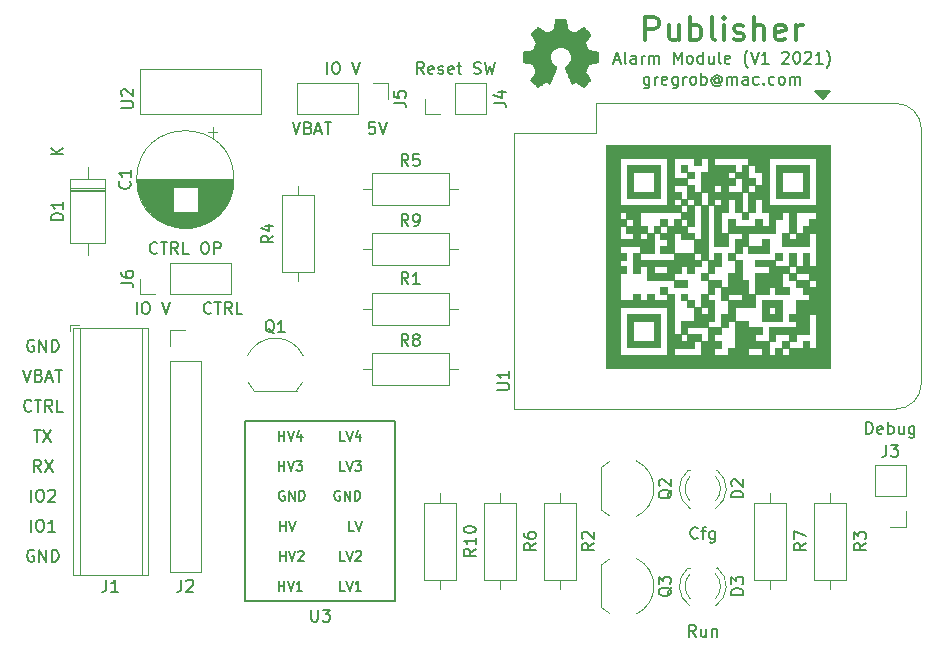
<source format=gto>
G04 #@! TF.GenerationSoftware,KiCad,Pcbnew,(5.1.9)-1*
G04 #@! TF.CreationDate,2021-05-19T15:47:31+10:00*
G04 #@! TF.ProjectId,publisher,7075626c-6973-4686-9572-2e6b69636164,rev?*
G04 #@! TF.SameCoordinates,Original*
G04 #@! TF.FileFunction,Legend,Top*
G04 #@! TF.FilePolarity,Positive*
%FSLAX46Y46*%
G04 Gerber Fmt 4.6, Leading zero omitted, Abs format (unit mm)*
G04 Created by KiCad (PCBNEW (5.1.9)-1) date 2021-05-19 15:47:31*
%MOMM*%
%LPD*%
G01*
G04 APERTURE LIST*
%ADD10C,0.150000*%
%ADD11C,0.300000*%
%ADD12C,0.010000*%
%ADD13C,0.120000*%
%ADD14C,0.127000*%
%ADD15C,0.152400*%
%ADD16O,1.700000X1.700000*%
%ADD17R,1.700000X1.700000*%
%ADD18O,1.600000X1.600000*%
%ADD19C,1.600000*%
%ADD20O,1.600000X2.000000*%
%ADD21R,2.000000X2.000000*%
%ADD22C,2.200000*%
%ADD23R,2.200000X2.200000*%
%ADD24C,6.400000*%
%ADD25R,1.600000X1.600000*%
%ADD26R,1.500000X1.500000*%
%ADD27C,1.500000*%
%ADD28C,1.800000*%
%ADD29R,1.800000X1.800000*%
%ADD30O,2.200000X2.200000*%
%ADD31C,2.082800*%
G04 APERTURE END LIST*
D10*
X129064047Y-75922142D02*
X129016428Y-75969761D01*
X128873571Y-76017380D01*
X128778333Y-76017380D01*
X128635476Y-75969761D01*
X128540238Y-75874523D01*
X128492619Y-75779285D01*
X128445000Y-75588809D01*
X128445000Y-75445952D01*
X128492619Y-75255476D01*
X128540238Y-75160238D01*
X128635476Y-75065000D01*
X128778333Y-75017380D01*
X128873571Y-75017380D01*
X129016428Y-75065000D01*
X129064047Y-75112619D01*
X129349761Y-75017380D02*
X129921190Y-75017380D01*
X129635476Y-76017380D02*
X129635476Y-75017380D01*
X130825952Y-76017380D02*
X130492619Y-75541190D01*
X130254523Y-76017380D02*
X130254523Y-75017380D01*
X130635476Y-75017380D01*
X130730714Y-75065000D01*
X130778333Y-75112619D01*
X130825952Y-75207857D01*
X130825952Y-75350714D01*
X130778333Y-75445952D01*
X130730714Y-75493571D01*
X130635476Y-75541190D01*
X130254523Y-75541190D01*
X131730714Y-76017380D02*
X131254523Y-76017380D01*
X131254523Y-75017380D01*
X133016428Y-75017380D02*
X133206904Y-75017380D01*
X133302142Y-75065000D01*
X133397380Y-75160238D01*
X133445000Y-75350714D01*
X133445000Y-75684047D01*
X133397380Y-75874523D01*
X133302142Y-75969761D01*
X133206904Y-76017380D01*
X133016428Y-76017380D01*
X132921190Y-75969761D01*
X132825952Y-75874523D01*
X132778333Y-75684047D01*
X132778333Y-75350714D01*
X132825952Y-75160238D01*
X132921190Y-75065000D01*
X133016428Y-75017380D01*
X133873571Y-76017380D02*
X133873571Y-75017380D01*
X134254523Y-75017380D01*
X134349761Y-75065000D01*
X134397380Y-75112619D01*
X134445000Y-75207857D01*
X134445000Y-75350714D01*
X134397380Y-75445952D01*
X134349761Y-75493571D01*
X134254523Y-75541190D01*
X133873571Y-75541190D01*
X127335595Y-81097380D02*
X127335595Y-80097380D01*
X128002261Y-80097380D02*
X128192738Y-80097380D01*
X128287976Y-80145000D01*
X128383214Y-80240238D01*
X128430833Y-80430714D01*
X128430833Y-80764047D01*
X128383214Y-80954523D01*
X128287976Y-81049761D01*
X128192738Y-81097380D01*
X128002261Y-81097380D01*
X127907023Y-81049761D01*
X127811785Y-80954523D01*
X127764166Y-80764047D01*
X127764166Y-80430714D01*
X127811785Y-80240238D01*
X127907023Y-80145000D01*
X128002261Y-80097380D01*
X129478452Y-80097380D02*
X129811785Y-81097380D01*
X130145119Y-80097380D01*
X133622023Y-81002142D02*
X133574404Y-81049761D01*
X133431547Y-81097380D01*
X133336309Y-81097380D01*
X133193452Y-81049761D01*
X133098214Y-80954523D01*
X133050595Y-80859285D01*
X133002976Y-80668809D01*
X133002976Y-80525952D01*
X133050595Y-80335476D01*
X133098214Y-80240238D01*
X133193452Y-80145000D01*
X133336309Y-80097380D01*
X133431547Y-80097380D01*
X133574404Y-80145000D01*
X133622023Y-80192619D01*
X133907738Y-80097380D02*
X134479166Y-80097380D01*
X134193452Y-81097380D02*
X134193452Y-80097380D01*
X135383928Y-81097380D02*
X135050595Y-80621190D01*
X134812500Y-81097380D02*
X134812500Y-80097380D01*
X135193452Y-80097380D01*
X135288690Y-80145000D01*
X135336309Y-80192619D01*
X135383928Y-80287857D01*
X135383928Y-80430714D01*
X135336309Y-80525952D01*
X135288690Y-80573571D01*
X135193452Y-80621190D01*
X134812500Y-80621190D01*
X136288690Y-81097380D02*
X135812500Y-81097380D01*
X135812500Y-80097380D01*
X143446666Y-60777380D02*
X143446666Y-59777380D01*
X144113333Y-59777380D02*
X144303809Y-59777380D01*
X144399047Y-59825000D01*
X144494285Y-59920238D01*
X144541904Y-60110714D01*
X144541904Y-60444047D01*
X144494285Y-60634523D01*
X144399047Y-60729761D01*
X144303809Y-60777380D01*
X144113333Y-60777380D01*
X144018095Y-60729761D01*
X143922857Y-60634523D01*
X143875238Y-60444047D01*
X143875238Y-60110714D01*
X143922857Y-59920238D01*
X144018095Y-59825000D01*
X144113333Y-59777380D01*
X145589523Y-59777380D02*
X145922857Y-60777380D01*
X146256190Y-59777380D01*
X118618095Y-101100000D02*
X118522857Y-101052380D01*
X118380000Y-101052380D01*
X118237142Y-101100000D01*
X118141904Y-101195238D01*
X118094285Y-101290476D01*
X118046666Y-101480952D01*
X118046666Y-101623809D01*
X118094285Y-101814285D01*
X118141904Y-101909523D01*
X118237142Y-102004761D01*
X118380000Y-102052380D01*
X118475238Y-102052380D01*
X118618095Y-102004761D01*
X118665714Y-101957142D01*
X118665714Y-101623809D01*
X118475238Y-101623809D01*
X119094285Y-102052380D02*
X119094285Y-101052380D01*
X119665714Y-102052380D01*
X119665714Y-101052380D01*
X120141904Y-102052380D02*
X120141904Y-101052380D01*
X120380000Y-101052380D01*
X120522857Y-101100000D01*
X120618095Y-101195238D01*
X120665714Y-101290476D01*
X120713333Y-101480952D01*
X120713333Y-101623809D01*
X120665714Y-101814285D01*
X120618095Y-101909523D01*
X120522857Y-102004761D01*
X120380000Y-102052380D01*
X120141904Y-102052380D01*
X118380000Y-96972380D02*
X118380000Y-95972380D01*
X119046666Y-95972380D02*
X119237142Y-95972380D01*
X119332380Y-96020000D01*
X119427619Y-96115238D01*
X119475238Y-96305714D01*
X119475238Y-96639047D01*
X119427619Y-96829523D01*
X119332380Y-96924761D01*
X119237142Y-96972380D01*
X119046666Y-96972380D01*
X118951428Y-96924761D01*
X118856190Y-96829523D01*
X118808571Y-96639047D01*
X118808571Y-96305714D01*
X118856190Y-96115238D01*
X118951428Y-96020000D01*
X119046666Y-95972380D01*
X119856190Y-96067619D02*
X119903809Y-96020000D01*
X119999047Y-95972380D01*
X120237142Y-95972380D01*
X120332380Y-96020000D01*
X120380000Y-96067619D01*
X120427619Y-96162857D01*
X120427619Y-96258095D01*
X120380000Y-96400952D01*
X119808571Y-96972380D01*
X120427619Y-96972380D01*
X118380000Y-99512380D02*
X118380000Y-98512380D01*
X119046666Y-98512380D02*
X119237142Y-98512380D01*
X119332380Y-98560000D01*
X119427619Y-98655238D01*
X119475238Y-98845714D01*
X119475238Y-99179047D01*
X119427619Y-99369523D01*
X119332380Y-99464761D01*
X119237142Y-99512380D01*
X119046666Y-99512380D01*
X118951428Y-99464761D01*
X118856190Y-99369523D01*
X118808571Y-99179047D01*
X118808571Y-98845714D01*
X118856190Y-98655238D01*
X118951428Y-98560000D01*
X119046666Y-98512380D01*
X120427619Y-99512380D02*
X119856190Y-99512380D01*
X120141904Y-99512380D02*
X120141904Y-98512380D01*
X120046666Y-98655238D01*
X119951428Y-98750476D01*
X119856190Y-98798095D01*
X118403809Y-89257142D02*
X118356190Y-89304761D01*
X118213333Y-89352380D01*
X118118095Y-89352380D01*
X117975238Y-89304761D01*
X117880000Y-89209523D01*
X117832380Y-89114285D01*
X117784761Y-88923809D01*
X117784761Y-88780952D01*
X117832380Y-88590476D01*
X117880000Y-88495238D01*
X117975238Y-88400000D01*
X118118095Y-88352380D01*
X118213333Y-88352380D01*
X118356190Y-88400000D01*
X118403809Y-88447619D01*
X118689523Y-88352380D02*
X119260952Y-88352380D01*
X118975238Y-89352380D02*
X118975238Y-88352380D01*
X120165714Y-89352380D02*
X119832380Y-88876190D01*
X119594285Y-89352380D02*
X119594285Y-88352380D01*
X119975238Y-88352380D01*
X120070476Y-88400000D01*
X120118095Y-88447619D01*
X120165714Y-88542857D01*
X120165714Y-88685714D01*
X120118095Y-88780952D01*
X120070476Y-88828571D01*
X119975238Y-88876190D01*
X119594285Y-88876190D01*
X121070476Y-89352380D02*
X120594285Y-89352380D01*
X120594285Y-88352380D01*
X118618095Y-90892380D02*
X119189523Y-90892380D01*
X118903809Y-91892380D02*
X118903809Y-90892380D01*
X119427619Y-90892380D02*
X120094285Y-91892380D01*
X120094285Y-90892380D02*
X119427619Y-91892380D01*
X119213333Y-94432380D02*
X118880000Y-93956190D01*
X118641904Y-94432380D02*
X118641904Y-93432380D01*
X119022857Y-93432380D01*
X119118095Y-93480000D01*
X119165714Y-93527619D01*
X119213333Y-93622857D01*
X119213333Y-93765714D01*
X119165714Y-93860952D01*
X119118095Y-93908571D01*
X119022857Y-93956190D01*
X118641904Y-93956190D01*
X119546666Y-93432380D02*
X120213333Y-94432380D01*
X120213333Y-93432380D02*
X119546666Y-94432380D01*
X118618095Y-83320000D02*
X118522857Y-83272380D01*
X118380000Y-83272380D01*
X118237142Y-83320000D01*
X118141904Y-83415238D01*
X118094285Y-83510476D01*
X118046666Y-83700952D01*
X118046666Y-83843809D01*
X118094285Y-84034285D01*
X118141904Y-84129523D01*
X118237142Y-84224761D01*
X118380000Y-84272380D01*
X118475238Y-84272380D01*
X118618095Y-84224761D01*
X118665714Y-84177142D01*
X118665714Y-83843809D01*
X118475238Y-83843809D01*
X119094285Y-84272380D02*
X119094285Y-83272380D01*
X119665714Y-84272380D01*
X119665714Y-83272380D01*
X120141904Y-84272380D02*
X120141904Y-83272380D01*
X120380000Y-83272380D01*
X120522857Y-83320000D01*
X120618095Y-83415238D01*
X120665714Y-83510476D01*
X120713333Y-83700952D01*
X120713333Y-83843809D01*
X120665714Y-84034285D01*
X120618095Y-84129523D01*
X120522857Y-84224761D01*
X120380000Y-84272380D01*
X120141904Y-84272380D01*
X117737142Y-85812380D02*
X118070476Y-86812380D01*
X118403809Y-85812380D01*
X119070476Y-86288571D02*
X119213333Y-86336190D01*
X119260952Y-86383809D01*
X119308571Y-86479047D01*
X119308571Y-86621904D01*
X119260952Y-86717142D01*
X119213333Y-86764761D01*
X119118095Y-86812380D01*
X118737142Y-86812380D01*
X118737142Y-85812380D01*
X119070476Y-85812380D01*
X119165714Y-85860000D01*
X119213333Y-85907619D01*
X119260952Y-86002857D01*
X119260952Y-86098095D01*
X119213333Y-86193333D01*
X119165714Y-86240952D01*
X119070476Y-86288571D01*
X118737142Y-86288571D01*
X119689523Y-86526666D02*
X120165714Y-86526666D01*
X119594285Y-86812380D02*
X119927619Y-85812380D01*
X120260952Y-86812380D01*
X120451428Y-85812380D02*
X121022857Y-85812380D01*
X120737142Y-86812380D02*
X120737142Y-85812380D01*
X151638333Y-60777380D02*
X151305000Y-60301190D01*
X151066904Y-60777380D02*
X151066904Y-59777380D01*
X151447857Y-59777380D01*
X151543095Y-59825000D01*
X151590714Y-59872619D01*
X151638333Y-59967857D01*
X151638333Y-60110714D01*
X151590714Y-60205952D01*
X151543095Y-60253571D01*
X151447857Y-60301190D01*
X151066904Y-60301190D01*
X152447857Y-60729761D02*
X152352619Y-60777380D01*
X152162142Y-60777380D01*
X152066904Y-60729761D01*
X152019285Y-60634523D01*
X152019285Y-60253571D01*
X152066904Y-60158333D01*
X152162142Y-60110714D01*
X152352619Y-60110714D01*
X152447857Y-60158333D01*
X152495476Y-60253571D01*
X152495476Y-60348809D01*
X152019285Y-60444047D01*
X152876428Y-60729761D02*
X152971666Y-60777380D01*
X153162142Y-60777380D01*
X153257380Y-60729761D01*
X153305000Y-60634523D01*
X153305000Y-60586904D01*
X153257380Y-60491666D01*
X153162142Y-60444047D01*
X153019285Y-60444047D01*
X152924047Y-60396428D01*
X152876428Y-60301190D01*
X152876428Y-60253571D01*
X152924047Y-60158333D01*
X153019285Y-60110714D01*
X153162142Y-60110714D01*
X153257380Y-60158333D01*
X154114523Y-60729761D02*
X154019285Y-60777380D01*
X153828809Y-60777380D01*
X153733571Y-60729761D01*
X153685952Y-60634523D01*
X153685952Y-60253571D01*
X153733571Y-60158333D01*
X153828809Y-60110714D01*
X154019285Y-60110714D01*
X154114523Y-60158333D01*
X154162142Y-60253571D01*
X154162142Y-60348809D01*
X153685952Y-60444047D01*
X154447857Y-60110714D02*
X154828809Y-60110714D01*
X154590714Y-59777380D02*
X154590714Y-60634523D01*
X154638333Y-60729761D01*
X154733571Y-60777380D01*
X154828809Y-60777380D01*
X155876428Y-60729761D02*
X156019285Y-60777380D01*
X156257380Y-60777380D01*
X156352619Y-60729761D01*
X156400238Y-60682142D01*
X156447857Y-60586904D01*
X156447857Y-60491666D01*
X156400238Y-60396428D01*
X156352619Y-60348809D01*
X156257380Y-60301190D01*
X156066904Y-60253571D01*
X155971666Y-60205952D01*
X155924047Y-60158333D01*
X155876428Y-60063095D01*
X155876428Y-59967857D01*
X155924047Y-59872619D01*
X155971666Y-59825000D01*
X156066904Y-59777380D01*
X156305000Y-59777380D01*
X156447857Y-59825000D01*
X156781190Y-59777380D02*
X157019285Y-60777380D01*
X157209761Y-60063095D01*
X157400238Y-60777380D01*
X157638333Y-59777380D01*
X167744333Y-59602666D02*
X168220523Y-59602666D01*
X167649095Y-59888380D02*
X167982428Y-58888380D01*
X168315761Y-59888380D01*
X168791952Y-59888380D02*
X168696714Y-59840761D01*
X168649095Y-59745523D01*
X168649095Y-58888380D01*
X169601476Y-59888380D02*
X169601476Y-59364571D01*
X169553857Y-59269333D01*
X169458619Y-59221714D01*
X169268142Y-59221714D01*
X169172904Y-59269333D01*
X169601476Y-59840761D02*
X169506238Y-59888380D01*
X169268142Y-59888380D01*
X169172904Y-59840761D01*
X169125285Y-59745523D01*
X169125285Y-59650285D01*
X169172904Y-59555047D01*
X169268142Y-59507428D01*
X169506238Y-59507428D01*
X169601476Y-59459809D01*
X170077666Y-59888380D02*
X170077666Y-59221714D01*
X170077666Y-59412190D02*
X170125285Y-59316952D01*
X170172904Y-59269333D01*
X170268142Y-59221714D01*
X170363380Y-59221714D01*
X170696714Y-59888380D02*
X170696714Y-59221714D01*
X170696714Y-59316952D02*
X170744333Y-59269333D01*
X170839571Y-59221714D01*
X170982428Y-59221714D01*
X171077666Y-59269333D01*
X171125285Y-59364571D01*
X171125285Y-59888380D01*
X171125285Y-59364571D02*
X171172904Y-59269333D01*
X171268142Y-59221714D01*
X171411000Y-59221714D01*
X171506238Y-59269333D01*
X171553857Y-59364571D01*
X171553857Y-59888380D01*
X172791952Y-59888380D02*
X172791952Y-58888380D01*
X173125285Y-59602666D01*
X173458619Y-58888380D01*
X173458619Y-59888380D01*
X174077666Y-59888380D02*
X173982428Y-59840761D01*
X173934809Y-59793142D01*
X173887190Y-59697904D01*
X173887190Y-59412190D01*
X173934809Y-59316952D01*
X173982428Y-59269333D01*
X174077666Y-59221714D01*
X174220523Y-59221714D01*
X174315761Y-59269333D01*
X174363380Y-59316952D01*
X174411000Y-59412190D01*
X174411000Y-59697904D01*
X174363380Y-59793142D01*
X174315761Y-59840761D01*
X174220523Y-59888380D01*
X174077666Y-59888380D01*
X175268142Y-59888380D02*
X175268142Y-58888380D01*
X175268142Y-59840761D02*
X175172904Y-59888380D01*
X174982428Y-59888380D01*
X174887190Y-59840761D01*
X174839571Y-59793142D01*
X174791952Y-59697904D01*
X174791952Y-59412190D01*
X174839571Y-59316952D01*
X174887190Y-59269333D01*
X174982428Y-59221714D01*
X175172904Y-59221714D01*
X175268142Y-59269333D01*
X176172904Y-59221714D02*
X176172904Y-59888380D01*
X175744333Y-59221714D02*
X175744333Y-59745523D01*
X175791952Y-59840761D01*
X175887190Y-59888380D01*
X176030047Y-59888380D01*
X176125285Y-59840761D01*
X176172904Y-59793142D01*
X176791952Y-59888380D02*
X176696714Y-59840761D01*
X176649095Y-59745523D01*
X176649095Y-58888380D01*
X177553857Y-59840761D02*
X177458619Y-59888380D01*
X177268142Y-59888380D01*
X177172904Y-59840761D01*
X177125285Y-59745523D01*
X177125285Y-59364571D01*
X177172904Y-59269333D01*
X177268142Y-59221714D01*
X177458619Y-59221714D01*
X177553857Y-59269333D01*
X177601476Y-59364571D01*
X177601476Y-59459809D01*
X177125285Y-59555047D01*
X179077666Y-60269333D02*
X179030047Y-60221714D01*
X178934809Y-60078857D01*
X178887190Y-59983619D01*
X178839571Y-59840761D01*
X178791952Y-59602666D01*
X178791952Y-59412190D01*
X178839571Y-59174095D01*
X178887190Y-59031238D01*
X178934809Y-58936000D01*
X179030047Y-58793142D01*
X179077666Y-58745523D01*
X179315761Y-58888380D02*
X179649095Y-59888380D01*
X179982428Y-58888380D01*
X180839571Y-59888380D02*
X180268142Y-59888380D01*
X180553857Y-59888380D02*
X180553857Y-58888380D01*
X180458619Y-59031238D01*
X180363380Y-59126476D01*
X180268142Y-59174095D01*
X181982428Y-58983619D02*
X182030047Y-58936000D01*
X182125285Y-58888380D01*
X182363380Y-58888380D01*
X182458619Y-58936000D01*
X182506238Y-58983619D01*
X182553857Y-59078857D01*
X182553857Y-59174095D01*
X182506238Y-59316952D01*
X181934809Y-59888380D01*
X182553857Y-59888380D01*
X183172904Y-58888380D02*
X183268142Y-58888380D01*
X183363380Y-58936000D01*
X183411000Y-58983619D01*
X183458619Y-59078857D01*
X183506238Y-59269333D01*
X183506238Y-59507428D01*
X183458619Y-59697904D01*
X183411000Y-59793142D01*
X183363380Y-59840761D01*
X183268142Y-59888380D01*
X183172904Y-59888380D01*
X183077666Y-59840761D01*
X183030047Y-59793142D01*
X182982428Y-59697904D01*
X182934809Y-59507428D01*
X182934809Y-59269333D01*
X182982428Y-59078857D01*
X183030047Y-58983619D01*
X183077666Y-58936000D01*
X183172904Y-58888380D01*
X183887190Y-58983619D02*
X183934809Y-58936000D01*
X184030047Y-58888380D01*
X184268142Y-58888380D01*
X184363380Y-58936000D01*
X184411000Y-58983619D01*
X184458619Y-59078857D01*
X184458619Y-59174095D01*
X184411000Y-59316952D01*
X183839571Y-59888380D01*
X184458619Y-59888380D01*
X185411000Y-59888380D02*
X184839571Y-59888380D01*
X185125285Y-59888380D02*
X185125285Y-58888380D01*
X185030047Y-59031238D01*
X184934809Y-59126476D01*
X184839571Y-59174095D01*
X185744333Y-60269333D02*
X185791952Y-60221714D01*
X185887190Y-60078857D01*
X185934809Y-59983619D01*
X185982428Y-59840761D01*
X186030047Y-59602666D01*
X186030047Y-59412190D01*
X185982428Y-59174095D01*
X185934809Y-59031238D01*
X185887190Y-58936000D01*
X185791952Y-58793142D01*
X185744333Y-58745523D01*
X189087380Y-91257380D02*
X189087380Y-90257380D01*
X189325476Y-90257380D01*
X189468333Y-90305000D01*
X189563571Y-90400238D01*
X189611190Y-90495476D01*
X189658809Y-90685952D01*
X189658809Y-90828809D01*
X189611190Y-91019285D01*
X189563571Y-91114523D01*
X189468333Y-91209761D01*
X189325476Y-91257380D01*
X189087380Y-91257380D01*
X190468333Y-91209761D02*
X190373095Y-91257380D01*
X190182619Y-91257380D01*
X190087380Y-91209761D01*
X190039761Y-91114523D01*
X190039761Y-90733571D01*
X190087380Y-90638333D01*
X190182619Y-90590714D01*
X190373095Y-90590714D01*
X190468333Y-90638333D01*
X190515952Y-90733571D01*
X190515952Y-90828809D01*
X190039761Y-90924047D01*
X190944523Y-91257380D02*
X190944523Y-90257380D01*
X190944523Y-90638333D02*
X191039761Y-90590714D01*
X191230238Y-90590714D01*
X191325476Y-90638333D01*
X191373095Y-90685952D01*
X191420714Y-90781190D01*
X191420714Y-91066904D01*
X191373095Y-91162142D01*
X191325476Y-91209761D01*
X191230238Y-91257380D01*
X191039761Y-91257380D01*
X190944523Y-91209761D01*
X192277857Y-90590714D02*
X192277857Y-91257380D01*
X191849285Y-90590714D02*
X191849285Y-91114523D01*
X191896904Y-91209761D01*
X191992142Y-91257380D01*
X192135000Y-91257380D01*
X192230238Y-91209761D01*
X192277857Y-91162142D01*
X193182619Y-90590714D02*
X193182619Y-91400238D01*
X193135000Y-91495476D01*
X193087380Y-91543095D01*
X192992142Y-91590714D01*
X192849285Y-91590714D01*
X192754047Y-91543095D01*
X193182619Y-91209761D02*
X193087380Y-91257380D01*
X192896904Y-91257380D01*
X192801666Y-91209761D01*
X192754047Y-91162142D01*
X192706428Y-91066904D01*
X192706428Y-90781190D01*
X192754047Y-90685952D01*
X192801666Y-90638333D01*
X192896904Y-90590714D01*
X193087380Y-90590714D01*
X193182619Y-90638333D01*
X174664761Y-108402380D02*
X174331428Y-107926190D01*
X174093333Y-108402380D02*
X174093333Y-107402380D01*
X174474285Y-107402380D01*
X174569523Y-107450000D01*
X174617142Y-107497619D01*
X174664761Y-107592857D01*
X174664761Y-107735714D01*
X174617142Y-107830952D01*
X174569523Y-107878571D01*
X174474285Y-107926190D01*
X174093333Y-107926190D01*
X175521904Y-107735714D02*
X175521904Y-108402380D01*
X175093333Y-107735714D02*
X175093333Y-108259523D01*
X175140952Y-108354761D01*
X175236190Y-108402380D01*
X175379047Y-108402380D01*
X175474285Y-108354761D01*
X175521904Y-108307142D01*
X175998095Y-107735714D02*
X175998095Y-108402380D01*
X175998095Y-107830952D02*
X176045714Y-107783333D01*
X176140952Y-107735714D01*
X176283809Y-107735714D01*
X176379047Y-107783333D01*
X176426666Y-107878571D01*
X176426666Y-108402380D01*
X174831428Y-100052142D02*
X174783809Y-100099761D01*
X174640952Y-100147380D01*
X174545714Y-100147380D01*
X174402857Y-100099761D01*
X174307619Y-100004523D01*
X174260000Y-99909285D01*
X174212380Y-99718809D01*
X174212380Y-99575952D01*
X174260000Y-99385476D01*
X174307619Y-99290238D01*
X174402857Y-99195000D01*
X174545714Y-99147380D01*
X174640952Y-99147380D01*
X174783809Y-99195000D01*
X174831428Y-99242619D01*
X175117142Y-99480714D02*
X175498095Y-99480714D01*
X175260000Y-100147380D02*
X175260000Y-99290238D01*
X175307619Y-99195000D01*
X175402857Y-99147380D01*
X175498095Y-99147380D01*
X176260000Y-99480714D02*
X176260000Y-100290238D01*
X176212380Y-100385476D01*
X176164761Y-100433095D01*
X176069523Y-100480714D01*
X175926666Y-100480714D01*
X175831428Y-100433095D01*
X176260000Y-100099761D02*
X176164761Y-100147380D01*
X175974285Y-100147380D01*
X175879047Y-100099761D01*
X175831428Y-100052142D01*
X175783809Y-99956904D01*
X175783809Y-99671190D01*
X175831428Y-99575952D01*
X175879047Y-99528333D01*
X175974285Y-99480714D01*
X176164761Y-99480714D01*
X176260000Y-99528333D01*
X170744333Y-60999714D02*
X170744333Y-61809238D01*
X170696714Y-61904476D01*
X170649095Y-61952095D01*
X170553857Y-61999714D01*
X170411000Y-61999714D01*
X170315761Y-61952095D01*
X170744333Y-61618761D02*
X170649095Y-61666380D01*
X170458619Y-61666380D01*
X170363380Y-61618761D01*
X170315761Y-61571142D01*
X170268142Y-61475904D01*
X170268142Y-61190190D01*
X170315761Y-61094952D01*
X170363380Y-61047333D01*
X170458619Y-60999714D01*
X170649095Y-60999714D01*
X170744333Y-61047333D01*
X171220523Y-61666380D02*
X171220523Y-60999714D01*
X171220523Y-61190190D02*
X171268142Y-61094952D01*
X171315761Y-61047333D01*
X171411000Y-60999714D01*
X171506238Y-60999714D01*
X172220523Y-61618761D02*
X172125285Y-61666380D01*
X171934809Y-61666380D01*
X171839571Y-61618761D01*
X171791952Y-61523523D01*
X171791952Y-61142571D01*
X171839571Y-61047333D01*
X171934809Y-60999714D01*
X172125285Y-60999714D01*
X172220523Y-61047333D01*
X172268142Y-61142571D01*
X172268142Y-61237809D01*
X171791952Y-61333047D01*
X173125285Y-60999714D02*
X173125285Y-61809238D01*
X173077666Y-61904476D01*
X173030047Y-61952095D01*
X172934809Y-61999714D01*
X172791952Y-61999714D01*
X172696714Y-61952095D01*
X173125285Y-61618761D02*
X173030047Y-61666380D01*
X172839571Y-61666380D01*
X172744333Y-61618761D01*
X172696714Y-61571142D01*
X172649095Y-61475904D01*
X172649095Y-61190190D01*
X172696714Y-61094952D01*
X172744333Y-61047333D01*
X172839571Y-60999714D01*
X173030047Y-60999714D01*
X173125285Y-61047333D01*
X173601476Y-61666380D02*
X173601476Y-60999714D01*
X173601476Y-61190190D02*
X173649095Y-61094952D01*
X173696714Y-61047333D01*
X173791952Y-60999714D01*
X173887190Y-60999714D01*
X174363380Y-61666380D02*
X174268142Y-61618761D01*
X174220523Y-61571142D01*
X174172904Y-61475904D01*
X174172904Y-61190190D01*
X174220523Y-61094952D01*
X174268142Y-61047333D01*
X174363380Y-60999714D01*
X174506238Y-60999714D01*
X174601476Y-61047333D01*
X174649095Y-61094952D01*
X174696714Y-61190190D01*
X174696714Y-61475904D01*
X174649095Y-61571142D01*
X174601476Y-61618761D01*
X174506238Y-61666380D01*
X174363380Y-61666380D01*
X175125285Y-61666380D02*
X175125285Y-60666380D01*
X175125285Y-61047333D02*
X175220523Y-60999714D01*
X175411000Y-60999714D01*
X175506238Y-61047333D01*
X175553857Y-61094952D01*
X175601476Y-61190190D01*
X175601476Y-61475904D01*
X175553857Y-61571142D01*
X175506238Y-61618761D01*
X175411000Y-61666380D01*
X175220523Y-61666380D01*
X175125285Y-61618761D01*
X176649095Y-61190190D02*
X176601476Y-61142571D01*
X176506238Y-61094952D01*
X176411000Y-61094952D01*
X176315761Y-61142571D01*
X176268142Y-61190190D01*
X176220523Y-61285428D01*
X176220523Y-61380666D01*
X176268142Y-61475904D01*
X176315761Y-61523523D01*
X176411000Y-61571142D01*
X176506238Y-61571142D01*
X176601476Y-61523523D01*
X176649095Y-61475904D01*
X176649095Y-61094952D02*
X176649095Y-61475904D01*
X176696714Y-61523523D01*
X176744333Y-61523523D01*
X176839571Y-61475904D01*
X176887190Y-61380666D01*
X176887190Y-61142571D01*
X176791952Y-60999714D01*
X176649095Y-60904476D01*
X176458619Y-60856857D01*
X176268142Y-60904476D01*
X176125285Y-60999714D01*
X176030047Y-61142571D01*
X175982428Y-61333047D01*
X176030047Y-61523523D01*
X176125285Y-61666380D01*
X176268142Y-61761619D01*
X176458619Y-61809238D01*
X176649095Y-61761619D01*
X176791952Y-61666380D01*
X177315761Y-61666380D02*
X177315761Y-60999714D01*
X177315761Y-61094952D02*
X177363380Y-61047333D01*
X177458619Y-60999714D01*
X177601476Y-60999714D01*
X177696714Y-61047333D01*
X177744333Y-61142571D01*
X177744333Y-61666380D01*
X177744333Y-61142571D02*
X177791952Y-61047333D01*
X177887190Y-60999714D01*
X178030047Y-60999714D01*
X178125285Y-61047333D01*
X178172904Y-61142571D01*
X178172904Y-61666380D01*
X179077666Y-61666380D02*
X179077666Y-61142571D01*
X179030047Y-61047333D01*
X178934809Y-60999714D01*
X178744333Y-60999714D01*
X178649095Y-61047333D01*
X179077666Y-61618761D02*
X178982428Y-61666380D01*
X178744333Y-61666380D01*
X178649095Y-61618761D01*
X178601476Y-61523523D01*
X178601476Y-61428285D01*
X178649095Y-61333047D01*
X178744333Y-61285428D01*
X178982428Y-61285428D01*
X179077666Y-61237809D01*
X179982428Y-61618761D02*
X179887190Y-61666380D01*
X179696714Y-61666380D01*
X179601476Y-61618761D01*
X179553857Y-61571142D01*
X179506238Y-61475904D01*
X179506238Y-61190190D01*
X179553857Y-61094952D01*
X179601476Y-61047333D01*
X179696714Y-60999714D01*
X179887190Y-60999714D01*
X179982428Y-61047333D01*
X180411000Y-61571142D02*
X180458619Y-61618761D01*
X180411000Y-61666380D01*
X180363380Y-61618761D01*
X180411000Y-61571142D01*
X180411000Y-61666380D01*
X181315761Y-61618761D02*
X181220523Y-61666380D01*
X181030047Y-61666380D01*
X180934809Y-61618761D01*
X180887190Y-61571142D01*
X180839571Y-61475904D01*
X180839571Y-61190190D01*
X180887190Y-61094952D01*
X180934809Y-61047333D01*
X181030047Y-60999714D01*
X181220523Y-60999714D01*
X181315761Y-61047333D01*
X181887190Y-61666380D02*
X181791952Y-61618761D01*
X181744333Y-61571142D01*
X181696714Y-61475904D01*
X181696714Y-61190190D01*
X181744333Y-61094952D01*
X181791952Y-61047333D01*
X181887190Y-60999714D01*
X182030047Y-60999714D01*
X182125285Y-61047333D01*
X182172904Y-61094952D01*
X182220523Y-61190190D01*
X182220523Y-61475904D01*
X182172904Y-61571142D01*
X182125285Y-61618761D01*
X182030047Y-61666380D01*
X181887190Y-61666380D01*
X182649095Y-61666380D02*
X182649095Y-60999714D01*
X182649095Y-61094952D02*
X182696714Y-61047333D01*
X182791952Y-60999714D01*
X182934809Y-60999714D01*
X183030047Y-61047333D01*
X183077666Y-61142571D01*
X183077666Y-61666380D01*
X183077666Y-61142571D02*
X183125285Y-61047333D01*
X183220523Y-60999714D01*
X183363380Y-60999714D01*
X183458619Y-61047333D01*
X183506238Y-61142571D01*
X183506238Y-61666380D01*
X140527738Y-64857380D02*
X140861071Y-65857380D01*
X141194404Y-64857380D01*
X141861071Y-65333571D02*
X142003928Y-65381190D01*
X142051547Y-65428809D01*
X142099166Y-65524047D01*
X142099166Y-65666904D01*
X142051547Y-65762142D01*
X142003928Y-65809761D01*
X141908690Y-65857380D01*
X141527738Y-65857380D01*
X141527738Y-64857380D01*
X141861071Y-64857380D01*
X141956309Y-64905000D01*
X142003928Y-64952619D01*
X142051547Y-65047857D01*
X142051547Y-65143095D01*
X142003928Y-65238333D01*
X141956309Y-65285952D01*
X141861071Y-65333571D01*
X141527738Y-65333571D01*
X142480119Y-65571666D02*
X142956309Y-65571666D01*
X142384880Y-65857380D02*
X142718214Y-64857380D01*
X143051547Y-65857380D01*
X143242023Y-64857380D02*
X143813452Y-64857380D01*
X143527738Y-65857380D02*
X143527738Y-64857380D01*
X147496785Y-64857380D02*
X147020595Y-64857380D01*
X146972976Y-65333571D01*
X147020595Y-65285952D01*
X147115833Y-65238333D01*
X147353928Y-65238333D01*
X147449166Y-65285952D01*
X147496785Y-65333571D01*
X147544404Y-65428809D01*
X147544404Y-65666904D01*
X147496785Y-65762142D01*
X147449166Y-65809761D01*
X147353928Y-65857380D01*
X147115833Y-65857380D01*
X147020595Y-65809761D01*
X146972976Y-65762142D01*
X147830119Y-64857380D02*
X148163452Y-65857380D01*
X148496785Y-64857380D01*
D11*
X170387190Y-57927761D02*
X170387190Y-55927761D01*
X171149095Y-55927761D01*
X171339571Y-56023000D01*
X171434809Y-56118238D01*
X171530047Y-56308714D01*
X171530047Y-56594428D01*
X171434809Y-56784904D01*
X171339571Y-56880142D01*
X171149095Y-56975380D01*
X170387190Y-56975380D01*
X173244333Y-56594428D02*
X173244333Y-57927761D01*
X172387190Y-56594428D02*
X172387190Y-57642047D01*
X172482428Y-57832523D01*
X172672904Y-57927761D01*
X172958619Y-57927761D01*
X173149095Y-57832523D01*
X173244333Y-57737285D01*
X174196714Y-57927761D02*
X174196714Y-55927761D01*
X174196714Y-56689666D02*
X174387190Y-56594428D01*
X174768142Y-56594428D01*
X174958619Y-56689666D01*
X175053857Y-56784904D01*
X175149095Y-56975380D01*
X175149095Y-57546809D01*
X175053857Y-57737285D01*
X174958619Y-57832523D01*
X174768142Y-57927761D01*
X174387190Y-57927761D01*
X174196714Y-57832523D01*
X176291952Y-57927761D02*
X176101476Y-57832523D01*
X176006238Y-57642047D01*
X176006238Y-55927761D01*
X177053857Y-57927761D02*
X177053857Y-56594428D01*
X177053857Y-55927761D02*
X176958619Y-56023000D01*
X177053857Y-56118238D01*
X177149095Y-56023000D01*
X177053857Y-55927761D01*
X177053857Y-56118238D01*
X177911000Y-57832523D02*
X178101476Y-57927761D01*
X178482428Y-57927761D01*
X178672904Y-57832523D01*
X178768142Y-57642047D01*
X178768142Y-57546809D01*
X178672904Y-57356333D01*
X178482428Y-57261095D01*
X178196714Y-57261095D01*
X178006238Y-57165857D01*
X177911000Y-56975380D01*
X177911000Y-56880142D01*
X178006238Y-56689666D01*
X178196714Y-56594428D01*
X178482428Y-56594428D01*
X178672904Y-56689666D01*
X179625285Y-57927761D02*
X179625285Y-55927761D01*
X180482428Y-57927761D02*
X180482428Y-56880142D01*
X180387190Y-56689666D01*
X180196714Y-56594428D01*
X179911000Y-56594428D01*
X179720523Y-56689666D01*
X179625285Y-56784904D01*
X182196714Y-57832523D02*
X182006238Y-57927761D01*
X181625285Y-57927761D01*
X181434809Y-57832523D01*
X181339571Y-57642047D01*
X181339571Y-56880142D01*
X181434809Y-56689666D01*
X181625285Y-56594428D01*
X182006238Y-56594428D01*
X182196714Y-56689666D01*
X182291952Y-56880142D01*
X182291952Y-57070619D01*
X181339571Y-57261095D01*
X183149095Y-57927761D02*
X183149095Y-56594428D01*
X183149095Y-56975380D02*
X183244333Y-56784904D01*
X183339571Y-56689666D01*
X183530047Y-56594428D01*
X183720523Y-56594428D01*
D12*
G36*
X163343579Y-56142527D02*
G01*
X163444058Y-56142943D01*
X163518795Y-56144067D01*
X163571851Y-56146252D01*
X163607291Y-56149852D01*
X163629175Y-56155217D01*
X163641567Y-56162702D01*
X163648527Y-56172660D01*
X163652040Y-56180567D01*
X163659636Y-56207812D01*
X163672051Y-56263086D01*
X163688197Y-56341069D01*
X163706988Y-56436443D01*
X163727338Y-56543889D01*
X163737485Y-56598977D01*
X163758006Y-56709328D01*
X163777311Y-56809224D01*
X163794360Y-56893589D01*
X163808113Y-56957346D01*
X163817531Y-56995420D01*
X163820329Y-57003313D01*
X163838989Y-57016117D01*
X163883050Y-57038752D01*
X163946416Y-57068604D01*
X164022990Y-57103057D01*
X164106676Y-57139499D01*
X164191377Y-57175316D01*
X164270997Y-57207893D01*
X164339439Y-57234616D01*
X164390607Y-57252872D01*
X164418405Y-57260046D01*
X164419139Y-57260067D01*
X164438432Y-57250828D01*
X164481476Y-57224857D01*
X164544226Y-57184768D01*
X164622638Y-57133180D01*
X164712668Y-57072710D01*
X164785528Y-57023001D01*
X164881480Y-56957610D01*
X164968689Y-56899128D01*
X165043145Y-56850165D01*
X165100838Y-56813335D01*
X165137758Y-56791250D01*
X165149428Y-56785934D01*
X165167603Y-56797609D01*
X165204943Y-56829932D01*
X165257445Y-56878848D01*
X165321106Y-56940304D01*
X165391923Y-57010245D01*
X165465893Y-57084616D01*
X165539013Y-57159364D01*
X165607280Y-57230434D01*
X165666692Y-57293773D01*
X165713244Y-57345325D01*
X165742934Y-57381037D01*
X165751934Y-57396145D01*
X165744167Y-57417648D01*
X165720371Y-57460239D01*
X165679802Y-57525058D01*
X165621718Y-57613248D01*
X165545376Y-57725948D01*
X165450033Y-57864300D01*
X165402995Y-57931980D01*
X165359341Y-57996803D01*
X165324111Y-58053192D01*
X165301322Y-58094448D01*
X165294734Y-58112501D01*
X165301138Y-58134055D01*
X165318650Y-58180550D01*
X165344716Y-58245938D01*
X165376783Y-58324171D01*
X165412297Y-58409199D01*
X165448706Y-58494976D01*
X165483456Y-58575452D01*
X165513995Y-58644580D01*
X165537769Y-58696311D01*
X165552224Y-58724596D01*
X165554406Y-58727650D01*
X165572855Y-58733120D01*
X165619884Y-58743721D01*
X165690761Y-58758482D01*
X165780754Y-58776433D01*
X165885130Y-58796604D01*
X165955676Y-58809928D01*
X166067693Y-58831089D01*
X166169272Y-58850641D01*
X166255446Y-58867597D01*
X166321247Y-58880972D01*
X166361707Y-58889780D01*
X166371773Y-58892471D01*
X166379211Y-58900728D01*
X166384974Y-58921488D01*
X166389255Y-58958332D01*
X166392246Y-59014840D01*
X166394139Y-59094595D01*
X166395126Y-59201177D01*
X166395400Y-59332728D01*
X166395243Y-59465183D01*
X166394594Y-59567685D01*
X166393192Y-59644145D01*
X166390771Y-59698478D01*
X166387069Y-59734595D01*
X166381822Y-59756408D01*
X166374766Y-59767831D01*
X166365767Y-59772738D01*
X166336419Y-59779552D01*
X166283134Y-59790277D01*
X166215345Y-59803046D01*
X166183734Y-59808763D01*
X166004596Y-59841294D01*
X165857904Y-59869163D01*
X165742590Y-59892601D01*
X165657590Y-59911836D01*
X165601837Y-59927099D01*
X165574264Y-59938619D01*
X165572029Y-59940503D01*
X165560929Y-59961081D01*
X165540089Y-60007191D01*
X165511928Y-60072848D01*
X165478865Y-60152071D01*
X165443322Y-60238875D01*
X165407717Y-60327279D01*
X165374471Y-60411298D01*
X165346004Y-60484950D01*
X165324736Y-60542252D01*
X165313087Y-60577221D01*
X165311622Y-60584317D01*
X165321311Y-60603835D01*
X165349576Y-60649188D01*
X165395279Y-60718674D01*
X165457280Y-60810592D01*
X165534440Y-60923243D01*
X165625618Y-61054925D01*
X165661549Y-61106512D01*
X165701376Y-61166896D01*
X165732245Y-61219954D01*
X165749666Y-61257663D01*
X165751934Y-61268012D01*
X165740061Y-61289587D01*
X165706139Y-61331638D01*
X165652715Y-61391359D01*
X165582333Y-61465943D01*
X165497539Y-61552585D01*
X165457250Y-61592879D01*
X165365255Y-61684064D01*
X165293955Y-61753776D01*
X165240201Y-61804590D01*
X165200846Y-61839086D01*
X165172741Y-61859840D01*
X165152739Y-61869429D01*
X165137690Y-61870431D01*
X165124446Y-61865423D01*
X165124385Y-61865390D01*
X165099259Y-61849865D01*
X165051091Y-61818284D01*
X164984687Y-61773866D01*
X164904850Y-61719831D01*
X164816385Y-61659398D01*
X164793645Y-61643779D01*
X164705259Y-61583673D01*
X164625532Y-61530732D01*
X164558917Y-61487806D01*
X164509863Y-61457748D01*
X164482821Y-61443411D01*
X164479724Y-61442601D01*
X164456295Y-61449999D01*
X164410579Y-61469906D01*
X164350168Y-61498891D01*
X164309103Y-61519690D01*
X164244524Y-61551495D01*
X164190903Y-61575020D01*
X164155375Y-61587292D01*
X164145433Y-61587872D01*
X164135104Y-61570295D01*
X164114016Y-61525876D01*
X164084173Y-61459140D01*
X164047579Y-61374615D01*
X164006236Y-61276829D01*
X163982054Y-61218683D01*
X163928241Y-61088605D01*
X163868389Y-60944047D01*
X163807246Y-60796469D01*
X163749561Y-60657332D01*
X163700310Y-60538646D01*
X163660129Y-60440862D01*
X163624832Y-60353014D01*
X163596380Y-60280141D01*
X163576732Y-60227285D01*
X163567849Y-60199485D01*
X163567534Y-60197233D01*
X163580461Y-60177651D01*
X163614664Y-60145551D01*
X163663272Y-60107247D01*
X163673367Y-60099933D01*
X163820495Y-59978681D01*
X163935602Y-59847552D01*
X164019456Y-59705144D01*
X164072826Y-59550057D01*
X164096480Y-59380892D01*
X164097898Y-59325934D01*
X164083765Y-59160264D01*
X164040064Y-59008105D01*
X163965427Y-58866078D01*
X163858486Y-58730806D01*
X163855504Y-58727606D01*
X163728901Y-58615675D01*
X163587724Y-58532126D01*
X163436136Y-58477131D01*
X163278301Y-58450861D01*
X163118382Y-58453489D01*
X162960543Y-58485185D01*
X162808948Y-58546121D01*
X162667759Y-58636469D01*
X162619775Y-58676682D01*
X162501930Y-58803625D01*
X162414674Y-58945057D01*
X162358253Y-59100429D01*
X162332909Y-59269195D01*
X162331401Y-59324160D01*
X162343474Y-59493337D01*
X162380946Y-59645016D01*
X162445691Y-59782721D01*
X162539585Y-59909972D01*
X162664503Y-60030294D01*
X162738185Y-60088219D01*
X162791573Y-60130387D01*
X162832406Y-60167570D01*
X162854304Y-60193749D01*
X162856334Y-60199654D01*
X162850057Y-60220452D01*
X162832224Y-60268719D01*
X162804333Y-60340676D01*
X162767880Y-60432541D01*
X162724362Y-60540536D01*
X162675277Y-60660879D01*
X162634006Y-60761085D01*
X162578945Y-60894311D01*
X162525744Y-61023212D01*
X162476373Y-61142996D01*
X162432804Y-61248875D01*
X162397009Y-61336059D01*
X162370959Y-61399759D01*
X162360442Y-61425667D01*
X162328415Y-61503886D01*
X162302963Y-61553808D01*
X162277131Y-61578181D01*
X162243963Y-61579754D01*
X162196504Y-61561276D01*
X162127796Y-61525496D01*
X162119287Y-61520965D01*
X162054165Y-61487450D01*
X161998910Y-61461091D01*
X161961139Y-61445413D01*
X161950036Y-61442601D01*
X161930298Y-61451788D01*
X161886943Y-61477551D01*
X161824200Y-61517189D01*
X161746298Y-61568004D01*
X161657466Y-61627294D01*
X161605195Y-61662734D01*
X161512759Y-61725412D01*
X161429610Y-61781146D01*
X161359827Y-61827254D01*
X161307488Y-61861058D01*
X161276670Y-61879875D01*
X161270311Y-61882867D01*
X161255473Y-61871417D01*
X161220136Y-61839238D01*
X161167711Y-61789588D01*
X161101607Y-61725722D01*
X161025235Y-61650898D01*
X160965131Y-61591400D01*
X160878072Y-61503597D01*
X160802708Y-61425105D01*
X160741873Y-61359043D01*
X160698398Y-61308531D01*
X160675118Y-61276688D01*
X160671934Y-61268590D01*
X160681320Y-61242961D01*
X160706838Y-61196759D01*
X160744524Y-61136669D01*
X160787698Y-61073224D01*
X160868181Y-60958201D01*
X160940769Y-60852536D01*
X161003316Y-60759492D01*
X161053675Y-60682332D01*
X161089702Y-60624318D01*
X161109251Y-60588713D01*
X161112201Y-60579852D01*
X161105921Y-60556224D01*
X161088726Y-60507542D01*
X161063082Y-60439864D01*
X161031456Y-60359249D01*
X160996314Y-60271753D01*
X160960122Y-60183434D01*
X160925347Y-60100350D01*
X160894456Y-60028558D01*
X160869915Y-59974116D01*
X160854189Y-59943082D01*
X160851211Y-59938856D01*
X160828935Y-59929572D01*
X160778325Y-59915718D01*
X160704425Y-59898441D01*
X160612282Y-59878889D01*
X160506941Y-59858208D01*
X160450285Y-59847691D01*
X160340219Y-59827099D01*
X160240794Y-59807443D01*
X160157051Y-59789808D01*
X160094032Y-59775275D01*
X160056780Y-59764926D01*
X160049348Y-59761625D01*
X160042439Y-59748230D01*
X160037299Y-59718281D01*
X160033803Y-59668529D01*
X160031827Y-59595728D01*
X160031247Y-59496627D01*
X160031938Y-59367979D01*
X160032415Y-59319390D01*
X160036934Y-58894134D01*
X160180867Y-58865275D01*
X160250049Y-58851664D01*
X160342218Y-58833896D01*
X160447054Y-58813944D01*
X160554236Y-58793780D01*
X160593217Y-58786512D01*
X160684865Y-58768767D01*
X160764760Y-58751966D01*
X160826959Y-58737464D01*
X160865521Y-58726614D01*
X160875031Y-58722237D01*
X160887812Y-58700069D01*
X160910332Y-58652814D01*
X160939992Y-58586676D01*
X160974191Y-58507860D01*
X161010330Y-58422570D01*
X161045809Y-58337010D01*
X161078028Y-58257384D01*
X161104387Y-58189898D01*
X161122287Y-58140754D01*
X161129127Y-58116158D01*
X161129134Y-58115843D01*
X161119873Y-58093855D01*
X161093903Y-58048453D01*
X161053943Y-57983963D01*
X161002710Y-57904712D01*
X160942922Y-57815025D01*
X160906793Y-57761966D01*
X160842939Y-57668109D01*
X160785497Y-57582192D01*
X160737307Y-57508583D01*
X160701207Y-57451651D01*
X160680036Y-57415762D01*
X160675787Y-57406586D01*
X160679505Y-57389492D01*
X160698437Y-57360208D01*
X160734507Y-57316540D01*
X160789638Y-57256294D01*
X160865752Y-57177275D01*
X160961446Y-57080619D01*
X161043659Y-56999132D01*
X161118734Y-56926285D01*
X161183171Y-56865351D01*
X161233464Y-56819605D01*
X161266111Y-56792317D01*
X161276846Y-56785934D01*
X161296170Y-56795201D01*
X161339133Y-56821225D01*
X161401630Y-56861340D01*
X161479556Y-56912882D01*
X161568807Y-56973183D01*
X161632628Y-57016973D01*
X161727592Y-57082075D01*
X161814323Y-57140681D01*
X161888620Y-57190022D01*
X161946285Y-57227329D01*
X161983121Y-57249834D01*
X161993933Y-57255221D01*
X162017117Y-57251266D01*
X162065164Y-57236335D01*
X162131848Y-57212885D01*
X162210944Y-57183374D01*
X162296226Y-57150260D01*
X162381468Y-57116000D01*
X162460445Y-57083051D01*
X162526932Y-57053870D01*
X162574702Y-57030916D01*
X162597029Y-57017162D01*
X162605597Y-56995675D01*
X162619048Y-56945624D01*
X162636304Y-56871783D01*
X162656288Y-56778925D01*
X162677923Y-56671825D01*
X162694577Y-56585056D01*
X162716285Y-56470774D01*
X162736393Y-56367430D01*
X162753950Y-56279723D01*
X162768001Y-56212355D01*
X162777594Y-56170023D01*
X162781315Y-56157490D01*
X162800114Y-56153371D01*
X162848109Y-56149683D01*
X162920626Y-56146589D01*
X163012996Y-56144251D01*
X163120547Y-56142832D01*
X163213296Y-56142467D01*
X163343579Y-56142527D01*
G37*
X163343579Y-56142527D02*
X163444058Y-56142943D01*
X163518795Y-56144067D01*
X163571851Y-56146252D01*
X163607291Y-56149852D01*
X163629175Y-56155217D01*
X163641567Y-56162702D01*
X163648527Y-56172660D01*
X163652040Y-56180567D01*
X163659636Y-56207812D01*
X163672051Y-56263086D01*
X163688197Y-56341069D01*
X163706988Y-56436443D01*
X163727338Y-56543889D01*
X163737485Y-56598977D01*
X163758006Y-56709328D01*
X163777311Y-56809224D01*
X163794360Y-56893589D01*
X163808113Y-56957346D01*
X163817531Y-56995420D01*
X163820329Y-57003313D01*
X163838989Y-57016117D01*
X163883050Y-57038752D01*
X163946416Y-57068604D01*
X164022990Y-57103057D01*
X164106676Y-57139499D01*
X164191377Y-57175316D01*
X164270997Y-57207893D01*
X164339439Y-57234616D01*
X164390607Y-57252872D01*
X164418405Y-57260046D01*
X164419139Y-57260067D01*
X164438432Y-57250828D01*
X164481476Y-57224857D01*
X164544226Y-57184768D01*
X164622638Y-57133180D01*
X164712668Y-57072710D01*
X164785528Y-57023001D01*
X164881480Y-56957610D01*
X164968689Y-56899128D01*
X165043145Y-56850165D01*
X165100838Y-56813335D01*
X165137758Y-56791250D01*
X165149428Y-56785934D01*
X165167603Y-56797609D01*
X165204943Y-56829932D01*
X165257445Y-56878848D01*
X165321106Y-56940304D01*
X165391923Y-57010245D01*
X165465893Y-57084616D01*
X165539013Y-57159364D01*
X165607280Y-57230434D01*
X165666692Y-57293773D01*
X165713244Y-57345325D01*
X165742934Y-57381037D01*
X165751934Y-57396145D01*
X165744167Y-57417648D01*
X165720371Y-57460239D01*
X165679802Y-57525058D01*
X165621718Y-57613248D01*
X165545376Y-57725948D01*
X165450033Y-57864300D01*
X165402995Y-57931980D01*
X165359341Y-57996803D01*
X165324111Y-58053192D01*
X165301322Y-58094448D01*
X165294734Y-58112501D01*
X165301138Y-58134055D01*
X165318650Y-58180550D01*
X165344716Y-58245938D01*
X165376783Y-58324171D01*
X165412297Y-58409199D01*
X165448706Y-58494976D01*
X165483456Y-58575452D01*
X165513995Y-58644580D01*
X165537769Y-58696311D01*
X165552224Y-58724596D01*
X165554406Y-58727650D01*
X165572855Y-58733120D01*
X165619884Y-58743721D01*
X165690761Y-58758482D01*
X165780754Y-58776433D01*
X165885130Y-58796604D01*
X165955676Y-58809928D01*
X166067693Y-58831089D01*
X166169272Y-58850641D01*
X166255446Y-58867597D01*
X166321247Y-58880972D01*
X166361707Y-58889780D01*
X166371773Y-58892471D01*
X166379211Y-58900728D01*
X166384974Y-58921488D01*
X166389255Y-58958332D01*
X166392246Y-59014840D01*
X166394139Y-59094595D01*
X166395126Y-59201177D01*
X166395400Y-59332728D01*
X166395243Y-59465183D01*
X166394594Y-59567685D01*
X166393192Y-59644145D01*
X166390771Y-59698478D01*
X166387069Y-59734595D01*
X166381822Y-59756408D01*
X166374766Y-59767831D01*
X166365767Y-59772738D01*
X166336419Y-59779552D01*
X166283134Y-59790277D01*
X166215345Y-59803046D01*
X166183734Y-59808763D01*
X166004596Y-59841294D01*
X165857904Y-59869163D01*
X165742590Y-59892601D01*
X165657590Y-59911836D01*
X165601837Y-59927099D01*
X165574264Y-59938619D01*
X165572029Y-59940503D01*
X165560929Y-59961081D01*
X165540089Y-60007191D01*
X165511928Y-60072848D01*
X165478865Y-60152071D01*
X165443322Y-60238875D01*
X165407717Y-60327279D01*
X165374471Y-60411298D01*
X165346004Y-60484950D01*
X165324736Y-60542252D01*
X165313087Y-60577221D01*
X165311622Y-60584317D01*
X165321311Y-60603835D01*
X165349576Y-60649188D01*
X165395279Y-60718674D01*
X165457280Y-60810592D01*
X165534440Y-60923243D01*
X165625618Y-61054925D01*
X165661549Y-61106512D01*
X165701376Y-61166896D01*
X165732245Y-61219954D01*
X165749666Y-61257663D01*
X165751934Y-61268012D01*
X165740061Y-61289587D01*
X165706139Y-61331638D01*
X165652715Y-61391359D01*
X165582333Y-61465943D01*
X165497539Y-61552585D01*
X165457250Y-61592879D01*
X165365255Y-61684064D01*
X165293955Y-61753776D01*
X165240201Y-61804590D01*
X165200846Y-61839086D01*
X165172741Y-61859840D01*
X165152739Y-61869429D01*
X165137690Y-61870431D01*
X165124446Y-61865423D01*
X165124385Y-61865390D01*
X165099259Y-61849865D01*
X165051091Y-61818284D01*
X164984687Y-61773866D01*
X164904850Y-61719831D01*
X164816385Y-61659398D01*
X164793645Y-61643779D01*
X164705259Y-61583673D01*
X164625532Y-61530732D01*
X164558917Y-61487806D01*
X164509863Y-61457748D01*
X164482821Y-61443411D01*
X164479724Y-61442601D01*
X164456295Y-61449999D01*
X164410579Y-61469906D01*
X164350168Y-61498891D01*
X164309103Y-61519690D01*
X164244524Y-61551495D01*
X164190903Y-61575020D01*
X164155375Y-61587292D01*
X164145433Y-61587872D01*
X164135104Y-61570295D01*
X164114016Y-61525876D01*
X164084173Y-61459140D01*
X164047579Y-61374615D01*
X164006236Y-61276829D01*
X163982054Y-61218683D01*
X163928241Y-61088605D01*
X163868389Y-60944047D01*
X163807246Y-60796469D01*
X163749561Y-60657332D01*
X163700310Y-60538646D01*
X163660129Y-60440862D01*
X163624832Y-60353014D01*
X163596380Y-60280141D01*
X163576732Y-60227285D01*
X163567849Y-60199485D01*
X163567534Y-60197233D01*
X163580461Y-60177651D01*
X163614664Y-60145551D01*
X163663272Y-60107247D01*
X163673367Y-60099933D01*
X163820495Y-59978681D01*
X163935602Y-59847552D01*
X164019456Y-59705144D01*
X164072826Y-59550057D01*
X164096480Y-59380892D01*
X164097898Y-59325934D01*
X164083765Y-59160264D01*
X164040064Y-59008105D01*
X163965427Y-58866078D01*
X163858486Y-58730806D01*
X163855504Y-58727606D01*
X163728901Y-58615675D01*
X163587724Y-58532126D01*
X163436136Y-58477131D01*
X163278301Y-58450861D01*
X163118382Y-58453489D01*
X162960543Y-58485185D01*
X162808948Y-58546121D01*
X162667759Y-58636469D01*
X162619775Y-58676682D01*
X162501930Y-58803625D01*
X162414674Y-58945057D01*
X162358253Y-59100429D01*
X162332909Y-59269195D01*
X162331401Y-59324160D01*
X162343474Y-59493337D01*
X162380946Y-59645016D01*
X162445691Y-59782721D01*
X162539585Y-59909972D01*
X162664503Y-60030294D01*
X162738185Y-60088219D01*
X162791573Y-60130387D01*
X162832406Y-60167570D01*
X162854304Y-60193749D01*
X162856334Y-60199654D01*
X162850057Y-60220452D01*
X162832224Y-60268719D01*
X162804333Y-60340676D01*
X162767880Y-60432541D01*
X162724362Y-60540536D01*
X162675277Y-60660879D01*
X162634006Y-60761085D01*
X162578945Y-60894311D01*
X162525744Y-61023212D01*
X162476373Y-61142996D01*
X162432804Y-61248875D01*
X162397009Y-61336059D01*
X162370959Y-61399759D01*
X162360442Y-61425667D01*
X162328415Y-61503886D01*
X162302963Y-61553808D01*
X162277131Y-61578181D01*
X162243963Y-61579754D01*
X162196504Y-61561276D01*
X162127796Y-61525496D01*
X162119287Y-61520965D01*
X162054165Y-61487450D01*
X161998910Y-61461091D01*
X161961139Y-61445413D01*
X161950036Y-61442601D01*
X161930298Y-61451788D01*
X161886943Y-61477551D01*
X161824200Y-61517189D01*
X161746298Y-61568004D01*
X161657466Y-61627294D01*
X161605195Y-61662734D01*
X161512759Y-61725412D01*
X161429610Y-61781146D01*
X161359827Y-61827254D01*
X161307488Y-61861058D01*
X161276670Y-61879875D01*
X161270311Y-61882867D01*
X161255473Y-61871417D01*
X161220136Y-61839238D01*
X161167711Y-61789588D01*
X161101607Y-61725722D01*
X161025235Y-61650898D01*
X160965131Y-61591400D01*
X160878072Y-61503597D01*
X160802708Y-61425105D01*
X160741873Y-61359043D01*
X160698398Y-61308531D01*
X160675118Y-61276688D01*
X160671934Y-61268590D01*
X160681320Y-61242961D01*
X160706838Y-61196759D01*
X160744524Y-61136669D01*
X160787698Y-61073224D01*
X160868181Y-60958201D01*
X160940769Y-60852536D01*
X161003316Y-60759492D01*
X161053675Y-60682332D01*
X161089702Y-60624318D01*
X161109251Y-60588713D01*
X161112201Y-60579852D01*
X161105921Y-60556224D01*
X161088726Y-60507542D01*
X161063082Y-60439864D01*
X161031456Y-60359249D01*
X160996314Y-60271753D01*
X160960122Y-60183434D01*
X160925347Y-60100350D01*
X160894456Y-60028558D01*
X160869915Y-59974116D01*
X160854189Y-59943082D01*
X160851211Y-59938856D01*
X160828935Y-59929572D01*
X160778325Y-59915718D01*
X160704425Y-59898441D01*
X160612282Y-59878889D01*
X160506941Y-59858208D01*
X160450285Y-59847691D01*
X160340219Y-59827099D01*
X160240794Y-59807443D01*
X160157051Y-59789808D01*
X160094032Y-59775275D01*
X160056780Y-59764926D01*
X160049348Y-59761625D01*
X160042439Y-59748230D01*
X160037299Y-59718281D01*
X160033803Y-59668529D01*
X160031827Y-59595728D01*
X160031247Y-59496627D01*
X160031938Y-59367979D01*
X160032415Y-59319390D01*
X160036934Y-58894134D01*
X160180867Y-58865275D01*
X160250049Y-58851664D01*
X160342218Y-58833896D01*
X160447054Y-58813944D01*
X160554236Y-58793780D01*
X160593217Y-58786512D01*
X160684865Y-58768767D01*
X160764760Y-58751966D01*
X160826959Y-58737464D01*
X160865521Y-58726614D01*
X160875031Y-58722237D01*
X160887812Y-58700069D01*
X160910332Y-58652814D01*
X160939992Y-58586676D01*
X160974191Y-58507860D01*
X161010330Y-58422570D01*
X161045809Y-58337010D01*
X161078028Y-58257384D01*
X161104387Y-58189898D01*
X161122287Y-58140754D01*
X161129127Y-58116158D01*
X161129134Y-58115843D01*
X161119873Y-58093855D01*
X161093903Y-58048453D01*
X161053943Y-57983963D01*
X161002710Y-57904712D01*
X160942922Y-57815025D01*
X160906793Y-57761966D01*
X160842939Y-57668109D01*
X160785497Y-57582192D01*
X160737307Y-57508583D01*
X160701207Y-57451651D01*
X160680036Y-57415762D01*
X160675787Y-57406586D01*
X160679505Y-57389492D01*
X160698437Y-57360208D01*
X160734507Y-57316540D01*
X160789638Y-57256294D01*
X160865752Y-57177275D01*
X160961446Y-57080619D01*
X161043659Y-56999132D01*
X161118734Y-56926285D01*
X161183171Y-56865351D01*
X161233464Y-56819605D01*
X161266111Y-56792317D01*
X161276846Y-56785934D01*
X161296170Y-56795201D01*
X161339133Y-56821225D01*
X161401630Y-56861340D01*
X161479556Y-56912882D01*
X161568807Y-56973183D01*
X161632628Y-57016973D01*
X161727592Y-57082075D01*
X161814323Y-57140681D01*
X161888620Y-57190022D01*
X161946285Y-57227329D01*
X161983121Y-57249834D01*
X161993933Y-57255221D01*
X162017117Y-57251266D01*
X162065164Y-57236335D01*
X162131848Y-57212885D01*
X162210944Y-57183374D01*
X162296226Y-57150260D01*
X162381468Y-57116000D01*
X162460445Y-57083051D01*
X162526932Y-57053870D01*
X162574702Y-57030916D01*
X162597029Y-57017162D01*
X162605597Y-56995675D01*
X162619048Y-56945624D01*
X162636304Y-56871783D01*
X162656288Y-56778925D01*
X162677923Y-56671825D01*
X162694577Y-56585056D01*
X162716285Y-56470774D01*
X162736393Y-56367430D01*
X162753950Y-56279723D01*
X162768001Y-56212355D01*
X162777594Y-56170023D01*
X162781315Y-56157490D01*
X162800114Y-56153371D01*
X162848109Y-56149683D01*
X162920626Y-56146589D01*
X163012996Y-56144251D01*
X163120547Y-56142832D01*
X163213296Y-56142467D01*
X163343579Y-56142527D01*
G36*
X186001742Y-85671742D02*
G01*
X167074646Y-85671742D01*
X167074646Y-80509807D01*
X168221742Y-80509807D01*
X168221742Y-84524646D01*
X172236581Y-84524646D01*
X172236581Y-83951097D01*
X172810129Y-83951097D01*
X172810129Y-84524646D01*
X175104323Y-84524646D01*
X175104323Y-83377549D01*
X174530775Y-83377549D01*
X174530775Y-83951097D01*
X172810129Y-83951097D01*
X172236581Y-83951097D01*
X172236581Y-80509807D01*
X168221742Y-80509807D01*
X167074646Y-80509807D01*
X167074646Y-75347871D01*
X168221742Y-75347871D01*
X168221742Y-75921420D01*
X168795291Y-75921420D01*
X168795291Y-76494968D01*
X168221742Y-76494968D01*
X168221742Y-77068516D01*
X168795291Y-77068516D01*
X168795291Y-77642065D01*
X168221742Y-77642065D01*
X168221742Y-79936258D01*
X169368839Y-79936258D01*
X169368839Y-79362710D01*
X169942387Y-79362710D01*
X169942387Y-79936258D01*
X170515936Y-79936258D01*
X170515936Y-79362710D01*
X171089484Y-79362710D01*
X171089484Y-79936258D01*
X172236581Y-79936258D01*
X172236581Y-79362710D01*
X172810129Y-79362710D01*
X172810129Y-82804000D01*
X173383678Y-82804000D01*
X173383678Y-83377549D01*
X173957226Y-83377549D01*
X173957226Y-82804000D01*
X175104323Y-82804000D01*
X175104323Y-83377549D01*
X175677871Y-83377549D01*
X175677871Y-82230452D01*
X176824968Y-82230452D01*
X176824968Y-82804000D01*
X176251420Y-82804000D01*
X176251420Y-83377549D01*
X176824968Y-83377549D01*
X176824968Y-83951097D01*
X176251420Y-83951097D01*
X176251420Y-84524646D01*
X177398516Y-84524646D01*
X177398516Y-83951097D01*
X177972065Y-83951097D01*
X179119162Y-83951097D01*
X179119162Y-84524646D01*
X180266258Y-84524646D01*
X180266258Y-83951097D01*
X179119162Y-83951097D01*
X177972065Y-83951097D01*
X177972065Y-81656904D01*
X179119162Y-81656904D01*
X179119162Y-82230452D01*
X180266258Y-82230452D01*
X180266258Y-82804000D01*
X179692710Y-82804000D01*
X179692710Y-83377549D01*
X180839807Y-83377549D01*
X180839807Y-84524646D01*
X181413355Y-84524646D01*
X181413355Y-83951097D01*
X181986904Y-83951097D01*
X181986904Y-84524646D01*
X182560452Y-84524646D01*
X182560452Y-83951097D01*
X183707549Y-83951097D01*
X183707549Y-83377549D01*
X184281097Y-83377549D01*
X184281097Y-83951097D01*
X184854646Y-83951097D01*
X184854646Y-81083355D01*
X184281097Y-81083355D01*
X184281097Y-82804000D01*
X183134000Y-82804000D01*
X183134000Y-83377549D01*
X182560452Y-83377549D01*
X182560452Y-82804000D01*
X181413355Y-82804000D01*
X181413355Y-83377549D01*
X180839807Y-83377549D01*
X180839807Y-82230452D01*
X183134000Y-82230452D01*
X183134000Y-81656904D01*
X182560452Y-81656904D01*
X182560452Y-81083355D01*
X183134000Y-81083355D01*
X183134000Y-79936258D01*
X184281097Y-79936258D01*
X184281097Y-79362710D01*
X183707549Y-79362710D01*
X183707549Y-78789162D01*
X183134000Y-78789162D01*
X183134000Y-78215613D01*
X184281097Y-78215613D01*
X184281097Y-78789162D01*
X184854646Y-78789162D01*
X184854646Y-78215613D01*
X184281097Y-78215613D01*
X184281097Y-77642065D01*
X183134000Y-77642065D01*
X183134000Y-77068516D01*
X183707549Y-77068516D01*
X183707549Y-75921420D01*
X184281097Y-75921420D01*
X184281097Y-77068516D01*
X184854646Y-77068516D01*
X184854646Y-74200775D01*
X184281097Y-74200775D01*
X184281097Y-75347871D01*
X181986904Y-75347871D01*
X181986904Y-74200775D01*
X182560452Y-74200775D01*
X182560452Y-74774323D01*
X183134000Y-74774323D01*
X183134000Y-74200775D01*
X182560452Y-74200775D01*
X182560452Y-72480129D01*
X183134000Y-72480129D01*
X183134000Y-74200775D01*
X183707549Y-74200775D01*
X183707549Y-73627226D01*
X184281097Y-73627226D01*
X184281097Y-73053678D01*
X184854646Y-73053678D01*
X184854646Y-72480129D01*
X183134000Y-72480129D01*
X182560452Y-72480129D01*
X181986904Y-72480129D01*
X181986904Y-73053678D01*
X181413355Y-73053678D01*
X181413355Y-74200775D01*
X179119162Y-74200775D01*
X179119162Y-75347871D01*
X178545613Y-75347871D01*
X178545613Y-75921420D01*
X177972065Y-75921420D01*
X177972065Y-74774323D01*
X178545613Y-74774323D01*
X178545613Y-74200775D01*
X177398516Y-74200775D01*
X177398516Y-75347871D01*
X176251420Y-75347871D01*
X176251420Y-71906581D01*
X175677871Y-71906581D01*
X175677871Y-71333033D01*
X176251420Y-71333033D01*
X176251420Y-71906581D01*
X176824968Y-71906581D01*
X176824968Y-71333033D01*
X176251420Y-71333033D01*
X175677871Y-71333033D01*
X175677871Y-70759484D01*
X175104323Y-70759484D01*
X175104323Y-70185936D01*
X176251420Y-70185936D01*
X176251420Y-70759484D01*
X176824968Y-70759484D01*
X176824968Y-70185936D01*
X176251420Y-70185936D01*
X175104323Y-70185936D01*
X175104323Y-69038839D01*
X175677871Y-69038839D01*
X175677871Y-67891742D01*
X176251420Y-67891742D01*
X176251420Y-68465291D01*
X177972065Y-68465291D01*
X177972065Y-69038839D01*
X177398516Y-69038839D01*
X177398516Y-69612387D01*
X177972065Y-69612387D01*
X177972065Y-70185936D01*
X177398516Y-70185936D01*
X177398516Y-70759484D01*
X178545613Y-70759484D01*
X178545613Y-72480129D01*
X177972065Y-72480129D01*
X177972065Y-71333033D01*
X177398516Y-71333033D01*
X177398516Y-72480129D01*
X176824968Y-72480129D01*
X176824968Y-74200775D01*
X177398516Y-74200775D01*
X177398516Y-73053678D01*
X177972065Y-73053678D01*
X177972065Y-73627226D01*
X179692710Y-73627226D01*
X179692710Y-73053678D01*
X180266258Y-73053678D01*
X180266258Y-73627226D01*
X180839807Y-73627226D01*
X180839807Y-72480129D01*
X180266258Y-72480129D01*
X180266258Y-71333033D01*
X179692710Y-71333033D01*
X179692710Y-72480129D01*
X179119162Y-72480129D01*
X179119162Y-70759484D01*
X179692710Y-70759484D01*
X179692710Y-70185936D01*
X180266258Y-70185936D01*
X180266258Y-69038839D01*
X179692710Y-69038839D01*
X179692710Y-68465291D01*
X179119162Y-68465291D01*
X179119162Y-67891742D01*
X180839807Y-67891742D01*
X180839807Y-71906581D01*
X184854646Y-71906581D01*
X184854646Y-67891742D01*
X180839807Y-67891742D01*
X179119162Y-67891742D01*
X176251420Y-67891742D01*
X175677871Y-67891742D01*
X175104323Y-67891742D01*
X175104323Y-68465291D01*
X174530775Y-68465291D01*
X174530775Y-67891742D01*
X172810129Y-67891742D01*
X172810129Y-69612387D01*
X173957226Y-69612387D01*
X173957226Y-70185936D01*
X172810129Y-70185936D01*
X172810129Y-70759484D01*
X173383678Y-70759484D01*
X173383678Y-71333033D01*
X172810129Y-71333033D01*
X172810129Y-71906581D01*
X173383678Y-71906581D01*
X173383678Y-72480129D01*
X169942387Y-72480129D01*
X169942387Y-73627226D01*
X170515936Y-73627226D01*
X170515936Y-74200775D01*
X171089484Y-74200775D01*
X171089484Y-75921420D01*
X169942387Y-75921420D01*
X169942387Y-75347871D01*
X168221742Y-75347871D01*
X167074646Y-75347871D01*
X167074646Y-73627226D01*
X168221742Y-73627226D01*
X168221742Y-74774323D01*
X169368839Y-74774323D01*
X169368839Y-74200775D01*
X169942387Y-74200775D01*
X169942387Y-74774323D01*
X170515936Y-74774323D01*
X170515936Y-74200775D01*
X169942387Y-74200775D01*
X169368839Y-74200775D01*
X168795291Y-74200775D01*
X168795291Y-73627226D01*
X168221742Y-73627226D01*
X167074646Y-73627226D01*
X167074646Y-72480129D01*
X168221742Y-72480129D01*
X168221742Y-73053678D01*
X168795291Y-73053678D01*
X168795291Y-73627226D01*
X169368839Y-73627226D01*
X169368839Y-73053678D01*
X168795291Y-73053678D01*
X168795291Y-72480129D01*
X168221742Y-72480129D01*
X167074646Y-72480129D01*
X167074646Y-67891742D01*
X168221742Y-67891742D01*
X168221742Y-71906581D01*
X172236581Y-71906581D01*
X172236581Y-67891742D01*
X168221742Y-67891742D01*
X167074646Y-67891742D01*
X167074646Y-66744646D01*
X186001742Y-66744646D01*
X186001742Y-85671742D01*
G37*
X186001742Y-85671742D02*
X167074646Y-85671742D01*
X167074646Y-80509807D01*
X168221742Y-80509807D01*
X168221742Y-84524646D01*
X172236581Y-84524646D01*
X172236581Y-83951097D01*
X172810129Y-83951097D01*
X172810129Y-84524646D01*
X175104323Y-84524646D01*
X175104323Y-83377549D01*
X174530775Y-83377549D01*
X174530775Y-83951097D01*
X172810129Y-83951097D01*
X172236581Y-83951097D01*
X172236581Y-80509807D01*
X168221742Y-80509807D01*
X167074646Y-80509807D01*
X167074646Y-75347871D01*
X168221742Y-75347871D01*
X168221742Y-75921420D01*
X168795291Y-75921420D01*
X168795291Y-76494968D01*
X168221742Y-76494968D01*
X168221742Y-77068516D01*
X168795291Y-77068516D01*
X168795291Y-77642065D01*
X168221742Y-77642065D01*
X168221742Y-79936258D01*
X169368839Y-79936258D01*
X169368839Y-79362710D01*
X169942387Y-79362710D01*
X169942387Y-79936258D01*
X170515936Y-79936258D01*
X170515936Y-79362710D01*
X171089484Y-79362710D01*
X171089484Y-79936258D01*
X172236581Y-79936258D01*
X172236581Y-79362710D01*
X172810129Y-79362710D01*
X172810129Y-82804000D01*
X173383678Y-82804000D01*
X173383678Y-83377549D01*
X173957226Y-83377549D01*
X173957226Y-82804000D01*
X175104323Y-82804000D01*
X175104323Y-83377549D01*
X175677871Y-83377549D01*
X175677871Y-82230452D01*
X176824968Y-82230452D01*
X176824968Y-82804000D01*
X176251420Y-82804000D01*
X176251420Y-83377549D01*
X176824968Y-83377549D01*
X176824968Y-83951097D01*
X176251420Y-83951097D01*
X176251420Y-84524646D01*
X177398516Y-84524646D01*
X177398516Y-83951097D01*
X177972065Y-83951097D01*
X179119162Y-83951097D01*
X179119162Y-84524646D01*
X180266258Y-84524646D01*
X180266258Y-83951097D01*
X179119162Y-83951097D01*
X177972065Y-83951097D01*
X177972065Y-81656904D01*
X179119162Y-81656904D01*
X179119162Y-82230452D01*
X180266258Y-82230452D01*
X180266258Y-82804000D01*
X179692710Y-82804000D01*
X179692710Y-83377549D01*
X180839807Y-83377549D01*
X180839807Y-84524646D01*
X181413355Y-84524646D01*
X181413355Y-83951097D01*
X181986904Y-83951097D01*
X181986904Y-84524646D01*
X182560452Y-84524646D01*
X182560452Y-83951097D01*
X183707549Y-83951097D01*
X183707549Y-83377549D01*
X184281097Y-83377549D01*
X184281097Y-83951097D01*
X184854646Y-83951097D01*
X184854646Y-81083355D01*
X184281097Y-81083355D01*
X184281097Y-82804000D01*
X183134000Y-82804000D01*
X183134000Y-83377549D01*
X182560452Y-83377549D01*
X182560452Y-82804000D01*
X181413355Y-82804000D01*
X181413355Y-83377549D01*
X180839807Y-83377549D01*
X180839807Y-82230452D01*
X183134000Y-82230452D01*
X183134000Y-81656904D01*
X182560452Y-81656904D01*
X182560452Y-81083355D01*
X183134000Y-81083355D01*
X183134000Y-79936258D01*
X184281097Y-79936258D01*
X184281097Y-79362710D01*
X183707549Y-79362710D01*
X183707549Y-78789162D01*
X183134000Y-78789162D01*
X183134000Y-78215613D01*
X184281097Y-78215613D01*
X184281097Y-78789162D01*
X184854646Y-78789162D01*
X184854646Y-78215613D01*
X184281097Y-78215613D01*
X184281097Y-77642065D01*
X183134000Y-77642065D01*
X183134000Y-77068516D01*
X183707549Y-77068516D01*
X183707549Y-75921420D01*
X184281097Y-75921420D01*
X184281097Y-77068516D01*
X184854646Y-77068516D01*
X184854646Y-74200775D01*
X184281097Y-74200775D01*
X184281097Y-75347871D01*
X181986904Y-75347871D01*
X181986904Y-74200775D01*
X182560452Y-74200775D01*
X182560452Y-74774323D01*
X183134000Y-74774323D01*
X183134000Y-74200775D01*
X182560452Y-74200775D01*
X182560452Y-72480129D01*
X183134000Y-72480129D01*
X183134000Y-74200775D01*
X183707549Y-74200775D01*
X183707549Y-73627226D01*
X184281097Y-73627226D01*
X184281097Y-73053678D01*
X184854646Y-73053678D01*
X184854646Y-72480129D01*
X183134000Y-72480129D01*
X182560452Y-72480129D01*
X181986904Y-72480129D01*
X181986904Y-73053678D01*
X181413355Y-73053678D01*
X181413355Y-74200775D01*
X179119162Y-74200775D01*
X179119162Y-75347871D01*
X178545613Y-75347871D01*
X178545613Y-75921420D01*
X177972065Y-75921420D01*
X177972065Y-74774323D01*
X178545613Y-74774323D01*
X178545613Y-74200775D01*
X177398516Y-74200775D01*
X177398516Y-75347871D01*
X176251420Y-75347871D01*
X176251420Y-71906581D01*
X175677871Y-71906581D01*
X175677871Y-71333033D01*
X176251420Y-71333033D01*
X176251420Y-71906581D01*
X176824968Y-71906581D01*
X176824968Y-71333033D01*
X176251420Y-71333033D01*
X175677871Y-71333033D01*
X175677871Y-70759484D01*
X175104323Y-70759484D01*
X175104323Y-70185936D01*
X176251420Y-70185936D01*
X176251420Y-70759484D01*
X176824968Y-70759484D01*
X176824968Y-70185936D01*
X176251420Y-70185936D01*
X175104323Y-70185936D01*
X175104323Y-69038839D01*
X175677871Y-69038839D01*
X175677871Y-67891742D01*
X176251420Y-67891742D01*
X176251420Y-68465291D01*
X177972065Y-68465291D01*
X177972065Y-69038839D01*
X177398516Y-69038839D01*
X177398516Y-69612387D01*
X177972065Y-69612387D01*
X177972065Y-70185936D01*
X177398516Y-70185936D01*
X177398516Y-70759484D01*
X178545613Y-70759484D01*
X178545613Y-72480129D01*
X177972065Y-72480129D01*
X177972065Y-71333033D01*
X177398516Y-71333033D01*
X177398516Y-72480129D01*
X176824968Y-72480129D01*
X176824968Y-74200775D01*
X177398516Y-74200775D01*
X177398516Y-73053678D01*
X177972065Y-73053678D01*
X177972065Y-73627226D01*
X179692710Y-73627226D01*
X179692710Y-73053678D01*
X180266258Y-73053678D01*
X180266258Y-73627226D01*
X180839807Y-73627226D01*
X180839807Y-72480129D01*
X180266258Y-72480129D01*
X180266258Y-71333033D01*
X179692710Y-71333033D01*
X179692710Y-72480129D01*
X179119162Y-72480129D01*
X179119162Y-70759484D01*
X179692710Y-70759484D01*
X179692710Y-70185936D01*
X180266258Y-70185936D01*
X180266258Y-69038839D01*
X179692710Y-69038839D01*
X179692710Y-68465291D01*
X179119162Y-68465291D01*
X179119162Y-67891742D01*
X180839807Y-67891742D01*
X180839807Y-71906581D01*
X184854646Y-71906581D01*
X184854646Y-67891742D01*
X180839807Y-67891742D01*
X179119162Y-67891742D01*
X176251420Y-67891742D01*
X175677871Y-67891742D01*
X175104323Y-67891742D01*
X175104323Y-68465291D01*
X174530775Y-68465291D01*
X174530775Y-67891742D01*
X172810129Y-67891742D01*
X172810129Y-69612387D01*
X173957226Y-69612387D01*
X173957226Y-70185936D01*
X172810129Y-70185936D01*
X172810129Y-70759484D01*
X173383678Y-70759484D01*
X173383678Y-71333033D01*
X172810129Y-71333033D01*
X172810129Y-71906581D01*
X173383678Y-71906581D01*
X173383678Y-72480129D01*
X169942387Y-72480129D01*
X169942387Y-73627226D01*
X170515936Y-73627226D01*
X170515936Y-74200775D01*
X171089484Y-74200775D01*
X171089484Y-75921420D01*
X169942387Y-75921420D01*
X169942387Y-75347871D01*
X168221742Y-75347871D01*
X167074646Y-75347871D01*
X167074646Y-73627226D01*
X168221742Y-73627226D01*
X168221742Y-74774323D01*
X169368839Y-74774323D01*
X169368839Y-74200775D01*
X169942387Y-74200775D01*
X169942387Y-74774323D01*
X170515936Y-74774323D01*
X170515936Y-74200775D01*
X169942387Y-74200775D01*
X169368839Y-74200775D01*
X168795291Y-74200775D01*
X168795291Y-73627226D01*
X168221742Y-73627226D01*
X167074646Y-73627226D01*
X167074646Y-72480129D01*
X168221742Y-72480129D01*
X168221742Y-73053678D01*
X168795291Y-73053678D01*
X168795291Y-73627226D01*
X169368839Y-73627226D01*
X169368839Y-73053678D01*
X168795291Y-73053678D01*
X168795291Y-72480129D01*
X168221742Y-72480129D01*
X167074646Y-72480129D01*
X167074646Y-67891742D01*
X168221742Y-67891742D01*
X168221742Y-71906581D01*
X172236581Y-71906581D01*
X172236581Y-67891742D01*
X168221742Y-67891742D01*
X167074646Y-67891742D01*
X167074646Y-66744646D01*
X186001742Y-66744646D01*
X186001742Y-85671742D01*
G36*
X171630258Y-83918323D02*
G01*
X168828065Y-83918323D01*
X168828065Y-81656904D01*
X169368839Y-81656904D01*
X169368839Y-83377549D01*
X171089484Y-83377549D01*
X171089484Y-81656904D01*
X169368839Y-81656904D01*
X168828065Y-81656904D01*
X168828065Y-81116129D01*
X171630258Y-81116129D01*
X171630258Y-83918323D01*
G37*
X171630258Y-83918323D02*
X168828065Y-83918323D01*
X168828065Y-81656904D01*
X169368839Y-81656904D01*
X169368839Y-83377549D01*
X171089484Y-83377549D01*
X171089484Y-81656904D01*
X169368839Y-81656904D01*
X168828065Y-81656904D01*
X168828065Y-81116129D01*
X171630258Y-81116129D01*
X171630258Y-83918323D01*
G36*
X182560452Y-83951097D02*
G01*
X181986904Y-83951097D01*
X181986904Y-83377549D01*
X182560452Y-83377549D01*
X182560452Y-83951097D01*
G37*
X182560452Y-83951097D02*
X181986904Y-83951097D01*
X181986904Y-83377549D01*
X182560452Y-83377549D01*
X182560452Y-83951097D01*
G36*
X175677871Y-79936258D02*
G01*
X176251420Y-79936258D01*
X176251420Y-81656904D01*
X175677871Y-81656904D01*
X175677871Y-82230452D01*
X173957226Y-82230452D01*
X173957226Y-82804000D01*
X173383678Y-82804000D01*
X173383678Y-81656904D01*
X174530775Y-81656904D01*
X174530775Y-80509807D01*
X175104323Y-80509807D01*
X175104323Y-81083355D01*
X175677871Y-81083355D01*
X175677871Y-80509807D01*
X175104323Y-80509807D01*
X175104323Y-79362710D01*
X175677871Y-79362710D01*
X175677871Y-79936258D01*
G37*
X175677871Y-79936258D02*
X176251420Y-79936258D01*
X176251420Y-81656904D01*
X175677871Y-81656904D01*
X175677871Y-82230452D01*
X173957226Y-82230452D01*
X173957226Y-82804000D01*
X173383678Y-82804000D01*
X173383678Y-81656904D01*
X174530775Y-81656904D01*
X174530775Y-80509807D01*
X175104323Y-80509807D01*
X175104323Y-81083355D01*
X175677871Y-81083355D01*
X175677871Y-80509807D01*
X175104323Y-80509807D01*
X175104323Y-79362710D01*
X175677871Y-79362710D01*
X175677871Y-79936258D01*
G36*
X178545613Y-78215613D02*
G01*
X179119162Y-78215613D01*
X179119162Y-79362710D01*
X179692710Y-79362710D01*
X179692710Y-80509807D01*
X177972065Y-80509807D01*
X177972065Y-81656904D01*
X177398516Y-81656904D01*
X177398516Y-82230452D01*
X176824968Y-82230452D01*
X176824968Y-81083355D01*
X177398516Y-81083355D01*
X177398516Y-79936258D01*
X176824968Y-79936258D01*
X176824968Y-79362710D01*
X177398516Y-79362710D01*
X177398516Y-79936258D01*
X178545613Y-79936258D01*
X178545613Y-79362710D01*
X177398516Y-79362710D01*
X176824968Y-79362710D01*
X176824968Y-78789162D01*
X177398516Y-78789162D01*
X177398516Y-77642065D01*
X177972065Y-77642065D01*
X177972065Y-76494968D01*
X178545613Y-76494968D01*
X178545613Y-78215613D01*
G37*
X178545613Y-78215613D02*
X179119162Y-78215613D01*
X179119162Y-79362710D01*
X179692710Y-79362710D01*
X179692710Y-80509807D01*
X177972065Y-80509807D01*
X177972065Y-81656904D01*
X177398516Y-81656904D01*
X177398516Y-82230452D01*
X176824968Y-82230452D01*
X176824968Y-81083355D01*
X177398516Y-81083355D01*
X177398516Y-79936258D01*
X176824968Y-79936258D01*
X176824968Y-79362710D01*
X177398516Y-79362710D01*
X177398516Y-79936258D01*
X178545613Y-79936258D01*
X178545613Y-79362710D01*
X177398516Y-79362710D01*
X176824968Y-79362710D01*
X176824968Y-78789162D01*
X177398516Y-78789162D01*
X177398516Y-77642065D01*
X177972065Y-77642065D01*
X177972065Y-76494968D01*
X178545613Y-76494968D01*
X178545613Y-78215613D01*
G36*
X174530775Y-80509807D02*
G01*
X173957226Y-80509807D01*
X173957226Y-79936258D01*
X174530775Y-79936258D01*
X174530775Y-80509807D01*
G37*
X174530775Y-80509807D02*
X173957226Y-80509807D01*
X173957226Y-79936258D01*
X174530775Y-79936258D01*
X174530775Y-80509807D01*
G36*
X173957226Y-79936258D02*
G01*
X173383678Y-79936258D01*
X173383678Y-79362710D01*
X173957226Y-79362710D01*
X173957226Y-79936258D01*
G37*
X173957226Y-79936258D02*
X173383678Y-79936258D01*
X173383678Y-79362710D01*
X173957226Y-79362710D01*
X173957226Y-79936258D01*
G36*
X181413355Y-77068516D02*
G01*
X182560452Y-77068516D01*
X182560452Y-77642065D01*
X181986904Y-77642065D01*
X181986904Y-78789162D01*
X182560452Y-78789162D01*
X182560452Y-79362710D01*
X181413355Y-79362710D01*
X181413355Y-78789162D01*
X180839807Y-78789162D01*
X180839807Y-79362710D01*
X179692710Y-79362710D01*
X179692710Y-77642065D01*
X180839807Y-77642065D01*
X180839807Y-77068516D01*
X179692710Y-77068516D01*
X179692710Y-76494968D01*
X181413355Y-76494968D01*
X181413355Y-77068516D01*
G37*
X181413355Y-77068516D02*
X182560452Y-77068516D01*
X182560452Y-77642065D01*
X181986904Y-77642065D01*
X181986904Y-78789162D01*
X182560452Y-78789162D01*
X182560452Y-79362710D01*
X181413355Y-79362710D01*
X181413355Y-78789162D01*
X180839807Y-78789162D01*
X180839807Y-79362710D01*
X179692710Y-79362710D01*
X179692710Y-77642065D01*
X180839807Y-77642065D01*
X180839807Y-77068516D01*
X179692710Y-77068516D01*
X179692710Y-76494968D01*
X181413355Y-76494968D01*
X181413355Y-77068516D01*
G36*
X176824968Y-78789162D02*
G01*
X176251420Y-78789162D01*
X176251420Y-79362710D01*
X175677871Y-79362710D01*
X175677871Y-78215613D01*
X176824968Y-78215613D01*
X176824968Y-78789162D01*
G37*
X176824968Y-78789162D02*
X176251420Y-78789162D01*
X176251420Y-79362710D01*
X175677871Y-79362710D01*
X175677871Y-78215613D01*
X176824968Y-78215613D01*
X176824968Y-78789162D01*
G36*
X173957226Y-78789162D02*
G01*
X172810129Y-78789162D01*
X172810129Y-78215613D01*
X173957226Y-78215613D01*
X173957226Y-78789162D01*
G37*
X173957226Y-78789162D02*
X172810129Y-78789162D01*
X172810129Y-78215613D01*
X173957226Y-78215613D01*
X173957226Y-78789162D01*
G36*
X183134000Y-78215613D02*
G01*
X182560452Y-78215613D01*
X182560452Y-77642065D01*
X183134000Y-77642065D01*
X183134000Y-78215613D01*
G37*
X183134000Y-78215613D02*
X182560452Y-78215613D01*
X182560452Y-77642065D01*
X183134000Y-77642065D01*
X183134000Y-78215613D01*
G36*
X175677871Y-78215613D02*
G01*
X175104323Y-78215613D01*
X175104323Y-77642065D01*
X175677871Y-77642065D01*
X175677871Y-78215613D01*
G37*
X175677871Y-78215613D02*
X175104323Y-78215613D01*
X175104323Y-77642065D01*
X175677871Y-77642065D01*
X175677871Y-78215613D01*
G36*
X176824968Y-77068516D02*
G01*
X176251420Y-77068516D01*
X176251420Y-77642065D01*
X175677871Y-77642065D01*
X175677871Y-76494968D01*
X176251420Y-76494968D01*
X176251420Y-75921420D01*
X176824968Y-75921420D01*
X176824968Y-77068516D01*
G37*
X176824968Y-77068516D02*
X176251420Y-77068516D01*
X176251420Y-77642065D01*
X175677871Y-77642065D01*
X175677871Y-76494968D01*
X176251420Y-76494968D01*
X176251420Y-75921420D01*
X176824968Y-75921420D01*
X176824968Y-77068516D01*
G36*
X183134000Y-77068516D02*
G01*
X182560452Y-77068516D01*
X182560452Y-75921420D01*
X183134000Y-75921420D01*
X183134000Y-77068516D01*
G37*
X183134000Y-77068516D02*
X182560452Y-77068516D01*
X182560452Y-75921420D01*
X183134000Y-75921420D01*
X183134000Y-77068516D01*
G36*
X177972065Y-76494968D02*
G01*
X177398516Y-76494968D01*
X177398516Y-75921420D01*
X177972065Y-75921420D01*
X177972065Y-76494968D01*
G37*
X177972065Y-76494968D02*
X177398516Y-76494968D01*
X177398516Y-75921420D01*
X177972065Y-75921420D01*
X177972065Y-76494968D01*
G36*
X181986904Y-76494968D02*
G01*
X181413355Y-76494968D01*
X181413355Y-75921420D01*
X181986904Y-75921420D01*
X181986904Y-76494968D01*
G37*
X181986904Y-76494968D02*
X181413355Y-76494968D01*
X181413355Y-75921420D01*
X181986904Y-75921420D01*
X181986904Y-76494968D01*
G36*
X175677871Y-71906581D02*
G01*
X175677871Y-76494968D01*
X175104323Y-76494968D01*
X175104323Y-77068516D01*
X174530775Y-77068516D01*
X174530775Y-77642065D01*
X173957226Y-77642065D01*
X173957226Y-77068516D01*
X173383678Y-77068516D01*
X173383678Y-77642065D01*
X172810129Y-77642065D01*
X172810129Y-78215613D01*
X170515936Y-78215613D01*
X170515936Y-77068516D01*
X171089484Y-77068516D01*
X171089484Y-77642065D01*
X172236581Y-77642065D01*
X172236581Y-77068516D01*
X171089484Y-77068516D01*
X170515936Y-77068516D01*
X169942387Y-77068516D01*
X169942387Y-77642065D01*
X169368839Y-77642065D01*
X169368839Y-75921420D01*
X169942387Y-75921420D01*
X169942387Y-76494968D01*
X172810129Y-76494968D01*
X172810129Y-75921420D01*
X171663033Y-75921420D01*
X171663033Y-75347871D01*
X172236581Y-75347871D01*
X172236581Y-74774323D01*
X171663033Y-74774323D01*
X171663033Y-74200775D01*
X171089484Y-74200775D01*
X171089484Y-73627226D01*
X171663033Y-73627226D01*
X171663033Y-74200775D01*
X172236581Y-74200775D01*
X172810129Y-74200775D01*
X172810129Y-75921420D01*
X174530775Y-75921420D01*
X174530775Y-76494968D01*
X175104323Y-76494968D01*
X175104323Y-75921420D01*
X174530775Y-75921420D01*
X174530775Y-74774323D01*
X173383678Y-74774323D01*
X173383678Y-74200775D01*
X172810129Y-74200775D01*
X172236581Y-74200775D01*
X172236581Y-73627226D01*
X171663033Y-73627226D01*
X171663033Y-73053678D01*
X172236581Y-73053678D01*
X172236581Y-73627226D01*
X172810129Y-73627226D01*
X172810129Y-73053678D01*
X173383678Y-73053678D01*
X173383678Y-73627226D01*
X173957226Y-73627226D01*
X173957226Y-74200775D01*
X174530775Y-74200775D01*
X174530775Y-74774323D01*
X175104323Y-74774323D01*
X175104323Y-71906581D01*
X174530775Y-71906581D01*
X174530775Y-73627226D01*
X173957226Y-73627226D01*
X173957226Y-73053678D01*
X173383678Y-73053678D01*
X173383678Y-72480129D01*
X173957226Y-72480129D01*
X173957226Y-71906581D01*
X173383678Y-71906581D01*
X173383678Y-71333033D01*
X173957226Y-71333033D01*
X173957226Y-71906581D01*
X174530775Y-71906581D01*
X174530775Y-71333033D01*
X173957226Y-71333033D01*
X173957226Y-70185936D01*
X174530775Y-70185936D01*
X174530775Y-70759484D01*
X175104323Y-70759484D01*
X175104323Y-71906581D01*
X175677871Y-71906581D01*
G37*
X175677871Y-71906581D02*
X175677871Y-76494968D01*
X175104323Y-76494968D01*
X175104323Y-77068516D01*
X174530775Y-77068516D01*
X174530775Y-77642065D01*
X173957226Y-77642065D01*
X173957226Y-77068516D01*
X173383678Y-77068516D01*
X173383678Y-77642065D01*
X172810129Y-77642065D01*
X172810129Y-78215613D01*
X170515936Y-78215613D01*
X170515936Y-77068516D01*
X171089484Y-77068516D01*
X171089484Y-77642065D01*
X172236581Y-77642065D01*
X172236581Y-77068516D01*
X171089484Y-77068516D01*
X170515936Y-77068516D01*
X169942387Y-77068516D01*
X169942387Y-77642065D01*
X169368839Y-77642065D01*
X169368839Y-75921420D01*
X169942387Y-75921420D01*
X169942387Y-76494968D01*
X172810129Y-76494968D01*
X172810129Y-75921420D01*
X171663033Y-75921420D01*
X171663033Y-75347871D01*
X172236581Y-75347871D01*
X172236581Y-74774323D01*
X171663033Y-74774323D01*
X171663033Y-74200775D01*
X171089484Y-74200775D01*
X171089484Y-73627226D01*
X171663033Y-73627226D01*
X171663033Y-74200775D01*
X172236581Y-74200775D01*
X172810129Y-74200775D01*
X172810129Y-75921420D01*
X174530775Y-75921420D01*
X174530775Y-76494968D01*
X175104323Y-76494968D01*
X175104323Y-75921420D01*
X174530775Y-75921420D01*
X174530775Y-74774323D01*
X173383678Y-74774323D01*
X173383678Y-74200775D01*
X172810129Y-74200775D01*
X172236581Y-74200775D01*
X172236581Y-73627226D01*
X171663033Y-73627226D01*
X171663033Y-73053678D01*
X172236581Y-73053678D01*
X172236581Y-73627226D01*
X172810129Y-73627226D01*
X172810129Y-73053678D01*
X173383678Y-73053678D01*
X173383678Y-73627226D01*
X173957226Y-73627226D01*
X173957226Y-74200775D01*
X174530775Y-74200775D01*
X174530775Y-74774323D01*
X175104323Y-74774323D01*
X175104323Y-71906581D01*
X174530775Y-71906581D01*
X174530775Y-73627226D01*
X173957226Y-73627226D01*
X173957226Y-73053678D01*
X173383678Y-73053678D01*
X173383678Y-72480129D01*
X173957226Y-72480129D01*
X173957226Y-71906581D01*
X173383678Y-71906581D01*
X173383678Y-71333033D01*
X173957226Y-71333033D01*
X173957226Y-71906581D01*
X174530775Y-71906581D01*
X174530775Y-71333033D01*
X173957226Y-71333033D01*
X173957226Y-70185936D01*
X174530775Y-70185936D01*
X174530775Y-70759484D01*
X175104323Y-70759484D01*
X175104323Y-71906581D01*
X175677871Y-71906581D01*
G36*
X181986904Y-81656904D02*
G01*
X180266258Y-81656904D01*
X180266258Y-80509807D01*
X180839807Y-80509807D01*
X180839807Y-81083355D01*
X181413355Y-81083355D01*
X181413355Y-80509807D01*
X180839807Y-80509807D01*
X180266258Y-80509807D01*
X180266258Y-79936258D01*
X181986904Y-79936258D01*
X181986904Y-81656904D01*
G37*
X181986904Y-81656904D02*
X180266258Y-81656904D01*
X180266258Y-80509807D01*
X180839807Y-80509807D01*
X180839807Y-81083355D01*
X181413355Y-81083355D01*
X181413355Y-80509807D01*
X180839807Y-80509807D01*
X180266258Y-80509807D01*
X180266258Y-79936258D01*
X181986904Y-79936258D01*
X181986904Y-81656904D01*
G36*
X172236581Y-79362710D02*
G01*
X171663033Y-79362710D01*
X171663033Y-78789162D01*
X172236581Y-78789162D01*
X172236581Y-79362710D01*
G37*
X172236581Y-79362710D02*
X171663033Y-79362710D01*
X171663033Y-78789162D01*
X172236581Y-78789162D01*
X172236581Y-79362710D01*
G36*
X180839807Y-75921420D02*
G01*
X179119162Y-75921420D01*
X179119162Y-75347871D01*
X180266258Y-75347871D01*
X180266258Y-74774323D01*
X180839807Y-74774323D01*
X180839807Y-75921420D01*
G37*
X180839807Y-75921420D02*
X179119162Y-75921420D01*
X179119162Y-75347871D01*
X180266258Y-75347871D01*
X180266258Y-74774323D01*
X180839807Y-74774323D01*
X180839807Y-75921420D01*
G36*
X179119162Y-73053678D02*
G01*
X178545613Y-73053678D01*
X178545613Y-72480129D01*
X179119162Y-72480129D01*
X179119162Y-73053678D01*
G37*
X179119162Y-73053678D02*
X178545613Y-73053678D01*
X178545613Y-72480129D01*
X179119162Y-72480129D01*
X179119162Y-73053678D01*
G36*
X179119162Y-69612387D02*
G01*
X179692710Y-69612387D01*
X179692710Y-70185936D01*
X179119162Y-70185936D01*
X179119162Y-70759484D01*
X178545613Y-70759484D01*
X178545613Y-69612387D01*
X177972065Y-69612387D01*
X177972065Y-69038839D01*
X178545613Y-69038839D01*
X178545613Y-68465291D01*
X179119162Y-68465291D01*
X179119162Y-69612387D01*
G37*
X179119162Y-69612387D02*
X179692710Y-69612387D01*
X179692710Y-70185936D01*
X179119162Y-70185936D01*
X179119162Y-70759484D01*
X178545613Y-70759484D01*
X178545613Y-69612387D01*
X177972065Y-69612387D01*
X177972065Y-69038839D01*
X178545613Y-69038839D01*
X178545613Y-68465291D01*
X179119162Y-68465291D01*
X179119162Y-69612387D01*
G36*
X174530775Y-69612387D02*
G01*
X173957226Y-69612387D01*
X173957226Y-69038839D01*
X174530775Y-69038839D01*
X174530775Y-69612387D01*
G37*
X174530775Y-69612387D02*
X173957226Y-69612387D01*
X173957226Y-69038839D01*
X174530775Y-69038839D01*
X174530775Y-69612387D01*
G36*
X173957226Y-69038839D02*
G01*
X173383678Y-69038839D01*
X173383678Y-68465291D01*
X173957226Y-68465291D01*
X173957226Y-69038839D01*
G37*
X173957226Y-69038839D02*
X173383678Y-69038839D01*
X173383678Y-68465291D01*
X173957226Y-68465291D01*
X173957226Y-69038839D01*
G36*
X171630258Y-71300258D02*
G01*
X168828065Y-71300258D01*
X168828065Y-69038839D01*
X169368839Y-69038839D01*
X169368839Y-70759484D01*
X171089484Y-70759484D01*
X171089484Y-69038839D01*
X169368839Y-69038839D01*
X168828065Y-69038839D01*
X168828065Y-68498065D01*
X171630258Y-68498065D01*
X171630258Y-71300258D01*
G37*
X171630258Y-71300258D02*
X168828065Y-71300258D01*
X168828065Y-69038839D01*
X169368839Y-69038839D01*
X169368839Y-70759484D01*
X171089484Y-70759484D01*
X171089484Y-69038839D01*
X169368839Y-69038839D01*
X168828065Y-69038839D01*
X168828065Y-68498065D01*
X171630258Y-68498065D01*
X171630258Y-71300258D01*
G36*
X184248323Y-71300258D02*
G01*
X181446129Y-71300258D01*
X181446129Y-69038839D01*
X181986904Y-69038839D01*
X181986904Y-70759484D01*
X183707549Y-70759484D01*
X183707549Y-69038839D01*
X181986904Y-69038839D01*
X181446129Y-69038839D01*
X181446129Y-68498065D01*
X184248323Y-68498065D01*
X184248323Y-71300258D01*
G37*
X184248323Y-71300258D02*
X181446129Y-71300258D01*
X181446129Y-69038839D01*
X181986904Y-69038839D01*
X181986904Y-70759484D01*
X183707549Y-70759484D01*
X183707549Y-69038839D01*
X181986904Y-69038839D01*
X181446129Y-69038839D01*
X181446129Y-68498065D01*
X184248323Y-68498065D01*
X184248323Y-71300258D01*
D13*
X135315000Y-79435000D02*
X135315000Y-76775000D01*
X130175000Y-79435000D02*
X135315000Y-79435000D01*
X130175000Y-76775000D02*
X135315000Y-76775000D01*
X130175000Y-79435000D02*
X130175000Y-76775000D01*
X128905000Y-79435000D02*
X127575000Y-79435000D01*
X127575000Y-79435000D02*
X127575000Y-78105000D01*
X151665000Y-103600000D02*
X154405000Y-103600000D01*
X154405000Y-103600000D02*
X154405000Y-97060000D01*
X154405000Y-97060000D02*
X151665000Y-97060000D01*
X151665000Y-97060000D02*
X151665000Y-103600000D01*
X153035000Y-104370000D02*
X153035000Y-103600000D01*
X153035000Y-96290000D02*
X153035000Y-97060000D01*
X166200000Y-65810000D02*
X159300000Y-65810000D01*
X166200000Y-63270000D02*
X166200000Y-65810000D01*
D10*
G36*
X186055000Y-62230000D02*
G01*
X184785000Y-62230000D01*
X185420000Y-62865000D01*
X186055000Y-62230000D01*
G37*
X186055000Y-62230000D02*
X184785000Y-62230000D01*
X185420000Y-62865000D01*
X186055000Y-62230000D01*
D13*
X193760000Y-87010000D02*
X193760000Y-65400000D01*
X159300000Y-89130000D02*
X191630000Y-89130000D01*
X166200000Y-63270000D02*
X191630000Y-63270000D01*
X159300000Y-65810000D02*
X159300000Y-89130000D01*
X191630000Y-63270000D02*
G75*
G02*
X193760000Y-65400000I0J-2130000D01*
G01*
X193760000Y-87000000D02*
G75*
G02*
X191630000Y-89130000I-2130000J0D01*
G01*
X147225000Y-74195000D02*
X147225000Y-76935000D01*
X147225000Y-76935000D02*
X153765000Y-76935000D01*
X153765000Y-76935000D02*
X153765000Y-74195000D01*
X153765000Y-74195000D02*
X147225000Y-74195000D01*
X146455000Y-75565000D02*
X147225000Y-75565000D01*
X154535000Y-75565000D02*
X153765000Y-75565000D01*
X147225000Y-84355000D02*
X147225000Y-87095000D01*
X147225000Y-87095000D02*
X153765000Y-87095000D01*
X153765000Y-87095000D02*
X153765000Y-84355000D01*
X153765000Y-84355000D02*
X147225000Y-84355000D01*
X146455000Y-85725000D02*
X147225000Y-85725000D01*
X154535000Y-85725000D02*
X153765000Y-85725000D01*
X130115000Y-102930000D02*
X132775000Y-102930000D01*
X130115000Y-85090000D02*
X130115000Y-102930000D01*
X132775000Y-85090000D02*
X132775000Y-102930000D01*
X130115000Y-85090000D02*
X132775000Y-85090000D01*
X130115000Y-83820000D02*
X130115000Y-82490000D01*
X130115000Y-82490000D02*
X131445000Y-82490000D01*
X156905000Y-64195000D02*
X156905000Y-61535000D01*
X154305000Y-64195000D02*
X156905000Y-64195000D01*
X154305000Y-61535000D02*
X156905000Y-61535000D01*
X154305000Y-64195000D02*
X154305000Y-61535000D01*
X153035000Y-64195000D02*
X151705000Y-64195000D01*
X151705000Y-64195000D02*
X151705000Y-62865000D01*
X192465000Y-93920000D02*
X189805000Y-93920000D01*
X192465000Y-96520000D02*
X192465000Y-93920000D01*
X189805000Y-96520000D02*
X189805000Y-93920000D01*
X192465000Y-96520000D02*
X189805000Y-96520000D01*
X192465000Y-97790000D02*
X192465000Y-99120000D01*
X192465000Y-99120000D02*
X191135000Y-99120000D01*
X122495000Y-82260000D02*
X122495000Y-103161000D01*
X127795000Y-82260000D02*
X127795000Y-103161000D01*
X128255000Y-82260000D02*
X128255000Y-103161000D01*
X121935000Y-82260000D02*
X121935000Y-103161000D01*
X128255000Y-82260000D02*
X121935000Y-82260000D01*
X128255000Y-103161000D02*
X121935000Y-103161000D01*
X122435000Y-82020000D02*
X121695000Y-82020000D01*
X121695000Y-82020000D02*
X121695000Y-82520000D01*
X140970000Y-78335000D02*
X140970000Y-77565000D01*
X140970000Y-70255000D02*
X140970000Y-71025000D01*
X142340000Y-77565000D02*
X142340000Y-71025000D01*
X139600000Y-77565000D02*
X142340000Y-77565000D01*
X139600000Y-71025000D02*
X139600000Y-77565000D01*
X142340000Y-71025000D02*
X139600000Y-71025000D01*
X134160000Y-65685302D02*
X133360000Y-65685302D01*
X133760000Y-65285302D02*
X133760000Y-66085302D01*
X131978000Y-73776000D02*
X130912000Y-73776000D01*
X132213000Y-73736000D02*
X130677000Y-73736000D01*
X132393000Y-73696000D02*
X130497000Y-73696000D01*
X132543000Y-73656000D02*
X130347000Y-73656000D01*
X132674000Y-73616000D02*
X130216000Y-73616000D01*
X132791000Y-73576000D02*
X130099000Y-73576000D01*
X132898000Y-73536000D02*
X129992000Y-73536000D01*
X132997000Y-73496000D02*
X129893000Y-73496000D01*
X133090000Y-73456000D02*
X129800000Y-73456000D01*
X133176000Y-73416000D02*
X129714000Y-73416000D01*
X133258000Y-73376000D02*
X129632000Y-73376000D01*
X133335000Y-73336000D02*
X129555000Y-73336000D01*
X133409000Y-73296000D02*
X129481000Y-73296000D01*
X133479000Y-73256000D02*
X129411000Y-73256000D01*
X133547000Y-73216000D02*
X129343000Y-73216000D01*
X133611000Y-73176000D02*
X129279000Y-73176000D01*
X133673000Y-73136000D02*
X129217000Y-73136000D01*
X133732000Y-73096000D02*
X129158000Y-73096000D01*
X133790000Y-73056000D02*
X129100000Y-73056000D01*
X133845000Y-73016000D02*
X129045000Y-73016000D01*
X133899000Y-72976000D02*
X128991000Y-72976000D01*
X133950000Y-72936000D02*
X128940000Y-72936000D01*
X134001000Y-72896000D02*
X128889000Y-72896000D01*
X134049000Y-72856000D02*
X128841000Y-72856000D01*
X134096000Y-72816000D02*
X128794000Y-72816000D01*
X134142000Y-72776000D02*
X128748000Y-72776000D01*
X134186000Y-72736000D02*
X128704000Y-72736000D01*
X134229000Y-72696000D02*
X128661000Y-72696000D01*
X134271000Y-72656000D02*
X128619000Y-72656000D01*
X134312000Y-72616000D02*
X128578000Y-72616000D01*
X134352000Y-72576000D02*
X128538000Y-72576000D01*
X134390000Y-72536000D02*
X128500000Y-72536000D01*
X134428000Y-72496000D02*
X128462000Y-72496000D01*
X130405000Y-72456000D02*
X128426000Y-72456000D01*
X134464000Y-72456000D02*
X132485000Y-72456000D01*
X130405000Y-72416000D02*
X128390000Y-72416000D01*
X134500000Y-72416000D02*
X132485000Y-72416000D01*
X130405000Y-72376000D02*
X128355000Y-72376000D01*
X134535000Y-72376000D02*
X132485000Y-72376000D01*
X130405000Y-72336000D02*
X128321000Y-72336000D01*
X134569000Y-72336000D02*
X132485000Y-72336000D01*
X130405000Y-72296000D02*
X128289000Y-72296000D01*
X134601000Y-72296000D02*
X132485000Y-72296000D01*
X130405000Y-72256000D02*
X128256000Y-72256000D01*
X134634000Y-72256000D02*
X132485000Y-72256000D01*
X130405000Y-72216000D02*
X128225000Y-72216000D01*
X134665000Y-72216000D02*
X132485000Y-72216000D01*
X130405000Y-72176000D02*
X128195000Y-72176000D01*
X134695000Y-72176000D02*
X132485000Y-72176000D01*
X130405000Y-72136000D02*
X128165000Y-72136000D01*
X134725000Y-72136000D02*
X132485000Y-72136000D01*
X130405000Y-72096000D02*
X128136000Y-72096000D01*
X134754000Y-72096000D02*
X132485000Y-72096000D01*
X130405000Y-72056000D02*
X128107000Y-72056000D01*
X134783000Y-72056000D02*
X132485000Y-72056000D01*
X130405000Y-72016000D02*
X128080000Y-72016000D01*
X134810000Y-72016000D02*
X132485000Y-72016000D01*
X130405000Y-71976000D02*
X128053000Y-71976000D01*
X134837000Y-71976000D02*
X132485000Y-71976000D01*
X130405000Y-71936000D02*
X128027000Y-71936000D01*
X134863000Y-71936000D02*
X132485000Y-71936000D01*
X130405000Y-71896000D02*
X128001000Y-71896000D01*
X134889000Y-71896000D02*
X132485000Y-71896000D01*
X130405000Y-71856000D02*
X127976000Y-71856000D01*
X134914000Y-71856000D02*
X132485000Y-71856000D01*
X130405000Y-71816000D02*
X127952000Y-71816000D01*
X134938000Y-71816000D02*
X132485000Y-71816000D01*
X130405000Y-71776000D02*
X127928000Y-71776000D01*
X134962000Y-71776000D02*
X132485000Y-71776000D01*
X130405000Y-71736000D02*
X127905000Y-71736000D01*
X134985000Y-71736000D02*
X132485000Y-71736000D01*
X130405000Y-71696000D02*
X127883000Y-71696000D01*
X135007000Y-71696000D02*
X132485000Y-71696000D01*
X130405000Y-71656000D02*
X127861000Y-71656000D01*
X135029000Y-71656000D02*
X132485000Y-71656000D01*
X130405000Y-71616000D02*
X127839000Y-71616000D01*
X135051000Y-71616000D02*
X132485000Y-71616000D01*
X130405000Y-71576000D02*
X127818000Y-71576000D01*
X135072000Y-71576000D02*
X132485000Y-71576000D01*
X130405000Y-71536000D02*
X127798000Y-71536000D01*
X135092000Y-71536000D02*
X132485000Y-71536000D01*
X130405000Y-71496000D02*
X127779000Y-71496000D01*
X135111000Y-71496000D02*
X132485000Y-71496000D01*
X130405000Y-71456000D02*
X127759000Y-71456000D01*
X135131000Y-71456000D02*
X132485000Y-71456000D01*
X130405000Y-71416000D02*
X127741000Y-71416000D01*
X135149000Y-71416000D02*
X132485000Y-71416000D01*
X130405000Y-71376000D02*
X127723000Y-71376000D01*
X135167000Y-71376000D02*
X132485000Y-71376000D01*
X130405000Y-71336000D02*
X127705000Y-71336000D01*
X135185000Y-71336000D02*
X132485000Y-71336000D01*
X130405000Y-71296000D02*
X127688000Y-71296000D01*
X135202000Y-71296000D02*
X132485000Y-71296000D01*
X130405000Y-71256000D02*
X127671000Y-71256000D01*
X135219000Y-71256000D02*
X132485000Y-71256000D01*
X130405000Y-71216000D02*
X127655000Y-71216000D01*
X135235000Y-71216000D02*
X132485000Y-71216000D01*
X130405000Y-71176000D02*
X127640000Y-71176000D01*
X135250000Y-71176000D02*
X132485000Y-71176000D01*
X130405000Y-71136000D02*
X127624000Y-71136000D01*
X135266000Y-71136000D02*
X132485000Y-71136000D01*
X130405000Y-71096000D02*
X127610000Y-71096000D01*
X135280000Y-71096000D02*
X132485000Y-71096000D01*
X130405000Y-71056000D02*
X127595000Y-71056000D01*
X135295000Y-71056000D02*
X132485000Y-71056000D01*
X130405000Y-71016000D02*
X127582000Y-71016000D01*
X135308000Y-71016000D02*
X132485000Y-71016000D01*
X130405000Y-70976000D02*
X127568000Y-70976000D01*
X135322000Y-70976000D02*
X132485000Y-70976000D01*
X130405000Y-70936000D02*
X127556000Y-70936000D01*
X135334000Y-70936000D02*
X132485000Y-70936000D01*
X130405000Y-70896000D02*
X127543000Y-70896000D01*
X135347000Y-70896000D02*
X132485000Y-70896000D01*
X130405000Y-70856000D02*
X127531000Y-70856000D01*
X135359000Y-70856000D02*
X132485000Y-70856000D01*
X130405000Y-70816000D02*
X127520000Y-70816000D01*
X135370000Y-70816000D02*
X132485000Y-70816000D01*
X130405000Y-70776000D02*
X127509000Y-70776000D01*
X135381000Y-70776000D02*
X132485000Y-70776000D01*
X130405000Y-70736000D02*
X127498000Y-70736000D01*
X135392000Y-70736000D02*
X132485000Y-70736000D01*
X130405000Y-70696000D02*
X127488000Y-70696000D01*
X135402000Y-70696000D02*
X132485000Y-70696000D01*
X130405000Y-70656000D02*
X127478000Y-70656000D01*
X135412000Y-70656000D02*
X132485000Y-70656000D01*
X130405000Y-70616000D02*
X127469000Y-70616000D01*
X135421000Y-70616000D02*
X132485000Y-70616000D01*
X130405000Y-70576000D02*
X127460000Y-70576000D01*
X135430000Y-70576000D02*
X132485000Y-70576000D01*
X130405000Y-70536000D02*
X127451000Y-70536000D01*
X135439000Y-70536000D02*
X132485000Y-70536000D01*
X130405000Y-70496000D02*
X127443000Y-70496000D01*
X135447000Y-70496000D02*
X132485000Y-70496000D01*
X130405000Y-70456000D02*
X127435000Y-70456000D01*
X135455000Y-70456000D02*
X132485000Y-70456000D01*
X130405000Y-70416000D02*
X127428000Y-70416000D01*
X135462000Y-70416000D02*
X132485000Y-70416000D01*
X135469000Y-70375000D02*
X127421000Y-70375000D01*
X135475000Y-70335000D02*
X127415000Y-70335000D01*
X135482000Y-70295000D02*
X127408000Y-70295000D01*
X135487000Y-70255000D02*
X127403000Y-70255000D01*
X135493000Y-70215000D02*
X127397000Y-70215000D01*
X135497000Y-70175000D02*
X127393000Y-70175000D01*
X135502000Y-70135000D02*
X127388000Y-70135000D01*
X135506000Y-70095000D02*
X127384000Y-70095000D01*
X135510000Y-70055000D02*
X127380000Y-70055000D01*
X135513000Y-70015000D02*
X127377000Y-70015000D01*
X135516000Y-69975000D02*
X127374000Y-69975000D01*
X135519000Y-69935000D02*
X127371000Y-69935000D01*
X135521000Y-69895000D02*
X127369000Y-69895000D01*
X135522000Y-69855000D02*
X127368000Y-69855000D01*
X135524000Y-69815000D02*
X127366000Y-69815000D01*
X135525000Y-69775000D02*
X127365000Y-69775000D01*
X135525000Y-69735000D02*
X127365000Y-69735000D01*
X135525000Y-69695000D02*
X127365000Y-69695000D01*
X135565000Y-69695000D02*
G75*
G03*
X135565000Y-69695000I-4120000J0D01*
G01*
X167406205Y-98209184D02*
G75*
G02*
X166679000Y-97685000I1122795J2324184D01*
G01*
X169627807Y-98241400D02*
G75*
G03*
X171129000Y-95885000I-1098807J2356400D01*
G01*
X169627807Y-93528600D02*
G75*
G02*
X171129000Y-95885000I-1098807J-2356400D01*
G01*
X167406205Y-93560816D02*
G75*
G03*
X166679000Y-94085000I1122795J-2324184D01*
G01*
X166679000Y-94085000D02*
X166679000Y-97685000D01*
X141389184Y-86847795D02*
G75*
G02*
X140865000Y-87575000I-2324184J1122795D01*
G01*
X141421400Y-84626193D02*
G75*
G03*
X139065000Y-83125000I-2356400J-1098807D01*
G01*
X136708600Y-84626193D02*
G75*
G02*
X139065000Y-83125000I2356400J-1098807D01*
G01*
X136740816Y-86847795D02*
G75*
G03*
X137265000Y-87575000I2324184J1122795D01*
G01*
X137265000Y-87575000D02*
X140865000Y-87575000D01*
X167406205Y-106464184D02*
G75*
G02*
X166679000Y-105940000I1122795J2324184D01*
G01*
X169627807Y-106496400D02*
G75*
G03*
X171129000Y-104140000I-1098807J2356400D01*
G01*
X169627807Y-101783600D02*
G75*
G02*
X171129000Y-104140000I-1098807J-2356400D01*
G01*
X167406205Y-101815816D02*
G75*
G03*
X166679000Y-102340000I1122795J-2324184D01*
G01*
X166679000Y-102340000D02*
X166679000Y-105940000D01*
X180975000Y-96290000D02*
X180975000Y-97060000D01*
X180975000Y-104370000D02*
X180975000Y-103600000D01*
X179605000Y-97060000D02*
X179605000Y-103600000D01*
X182345000Y-97060000D02*
X179605000Y-97060000D01*
X182345000Y-103600000D02*
X182345000Y-97060000D01*
X179605000Y-103600000D02*
X182345000Y-103600000D01*
X158115000Y-96290000D02*
X158115000Y-97060000D01*
X158115000Y-104370000D02*
X158115000Y-103600000D01*
X156745000Y-97060000D02*
X156745000Y-103600000D01*
X159485000Y-97060000D02*
X156745000Y-97060000D01*
X159485000Y-103600000D02*
X159485000Y-97060000D01*
X156745000Y-103600000D02*
X159485000Y-103600000D01*
X148650000Y-61535000D02*
X148650000Y-62865000D01*
X147320000Y-61535000D02*
X148650000Y-61535000D01*
X146050000Y-61535000D02*
X146050000Y-64195000D01*
X146050000Y-64195000D02*
X140910000Y-64195000D01*
X146050000Y-61535000D02*
X140910000Y-61535000D01*
X140910000Y-61535000D02*
X140910000Y-64195000D01*
X154535000Y-70485000D02*
X153765000Y-70485000D01*
X146455000Y-70485000D02*
X147225000Y-70485000D01*
X153765000Y-69115000D02*
X147225000Y-69115000D01*
X153765000Y-71855000D02*
X153765000Y-69115000D01*
X147225000Y-71855000D02*
X153765000Y-71855000D01*
X147225000Y-69115000D02*
X147225000Y-71855000D01*
X186055000Y-96290000D02*
X186055000Y-97060000D01*
X186055000Y-104370000D02*
X186055000Y-103600000D01*
X184685000Y-97060000D02*
X184685000Y-103600000D01*
X187425000Y-97060000D02*
X184685000Y-97060000D01*
X187425000Y-103600000D02*
X187425000Y-97060000D01*
X184685000Y-103600000D02*
X187425000Y-103600000D01*
X163195000Y-104370000D02*
X163195000Y-103600000D01*
X163195000Y-96290000D02*
X163195000Y-97060000D01*
X164565000Y-103600000D02*
X164565000Y-97060000D01*
X161825000Y-103600000D02*
X164565000Y-103600000D01*
X161825000Y-97060000D02*
X161825000Y-103600000D01*
X164565000Y-97060000D02*
X161825000Y-97060000D01*
X174180000Y-102580000D02*
X174024000Y-102580000D01*
X176496000Y-102580000D02*
X176340000Y-102580000D01*
X174180163Y-105181130D02*
G75*
G02*
X174180000Y-103099039I1079837J1041130D01*
G01*
X176339837Y-105181130D02*
G75*
G03*
X176340000Y-103099039I-1079837J1041130D01*
G01*
X174181392Y-105812335D02*
G75*
G02*
X174024484Y-102580000I1078608J1672335D01*
G01*
X176338608Y-105812335D02*
G75*
G03*
X176495516Y-102580000I-1078608J1672335D01*
G01*
X174180000Y-94325000D02*
X174024000Y-94325000D01*
X176496000Y-94325000D02*
X176340000Y-94325000D01*
X174180163Y-96926130D02*
G75*
G02*
X174180000Y-94844039I1079837J1041130D01*
G01*
X176339837Y-96926130D02*
G75*
G03*
X176340000Y-94844039I-1079837J1041130D01*
G01*
X174181392Y-97557335D02*
G75*
G02*
X174024484Y-94325000I1078608J1672335D01*
G01*
X176338608Y-97557335D02*
G75*
G03*
X176495516Y-94325000I-1078608J1672335D01*
G01*
X127575000Y-64195000D02*
X127575000Y-60325000D01*
X127635000Y-60325000D02*
X137855000Y-60325000D01*
X127575000Y-64195000D02*
X137855000Y-64195000D01*
X137855000Y-64195000D02*
X137855000Y-60325000D01*
X147225000Y-79275000D02*
X147225000Y-82015000D01*
X147225000Y-82015000D02*
X153765000Y-82015000D01*
X153765000Y-82015000D02*
X153765000Y-79275000D01*
X153765000Y-79275000D02*
X147225000Y-79275000D01*
X146455000Y-80645000D02*
X147225000Y-80645000D01*
X154535000Y-80645000D02*
X153765000Y-80645000D01*
X124660000Y-70450000D02*
X121720000Y-70450000D01*
X124660000Y-70690000D02*
X121720000Y-70690000D01*
X124660000Y-70570000D02*
X121720000Y-70570000D01*
X123190000Y-76130000D02*
X123190000Y-75110000D01*
X123190000Y-68650000D02*
X123190000Y-69670000D01*
X124660000Y-75110000D02*
X124660000Y-69670000D01*
X121720000Y-75110000D02*
X124660000Y-75110000D01*
X121720000Y-69670000D02*
X121720000Y-75110000D01*
X124660000Y-69670000D02*
X121720000Y-69670000D01*
D14*
X136525000Y-90170000D02*
X149225000Y-90170000D01*
X136525000Y-105410000D02*
X136525000Y-90170000D01*
X149225000Y-105410000D02*
X136525000Y-105410000D01*
X149225000Y-90170000D02*
X149225000Y-105410000D01*
D10*
X126027380Y-78438333D02*
X126741666Y-78438333D01*
X126884523Y-78485952D01*
X126979761Y-78581190D01*
X127027380Y-78724047D01*
X127027380Y-78819285D01*
X126027380Y-77533571D02*
X126027380Y-77724047D01*
X126075000Y-77819285D01*
X126122619Y-77866904D01*
X126265476Y-77962142D01*
X126455952Y-78009761D01*
X126836904Y-78009761D01*
X126932142Y-77962142D01*
X126979761Y-77914523D01*
X127027380Y-77819285D01*
X127027380Y-77628809D01*
X126979761Y-77533571D01*
X126932142Y-77485952D01*
X126836904Y-77438333D01*
X126598809Y-77438333D01*
X126503571Y-77485952D01*
X126455952Y-77533571D01*
X126408333Y-77628809D01*
X126408333Y-77819285D01*
X126455952Y-77914523D01*
X126503571Y-77962142D01*
X126598809Y-78009761D01*
X156027380Y-100972857D02*
X155551190Y-101306190D01*
X156027380Y-101544285D02*
X155027380Y-101544285D01*
X155027380Y-101163333D01*
X155075000Y-101068095D01*
X155122619Y-101020476D01*
X155217857Y-100972857D01*
X155360714Y-100972857D01*
X155455952Y-101020476D01*
X155503571Y-101068095D01*
X155551190Y-101163333D01*
X155551190Y-101544285D01*
X156027380Y-100020476D02*
X156027380Y-100591904D01*
X156027380Y-100306190D02*
X155027380Y-100306190D01*
X155170238Y-100401428D01*
X155265476Y-100496666D01*
X155313095Y-100591904D01*
X155027380Y-99401428D02*
X155027380Y-99306190D01*
X155075000Y-99210952D01*
X155122619Y-99163333D01*
X155217857Y-99115714D01*
X155408333Y-99068095D01*
X155646428Y-99068095D01*
X155836904Y-99115714D01*
X155932142Y-99163333D01*
X155979761Y-99210952D01*
X156027380Y-99306190D01*
X156027380Y-99401428D01*
X155979761Y-99496666D01*
X155932142Y-99544285D01*
X155836904Y-99591904D01*
X155646428Y-99639523D01*
X155408333Y-99639523D01*
X155217857Y-99591904D01*
X155122619Y-99544285D01*
X155075000Y-99496666D01*
X155027380Y-99401428D01*
X157872380Y-87531904D02*
X158681904Y-87531904D01*
X158777142Y-87484285D01*
X158824761Y-87436666D01*
X158872380Y-87341428D01*
X158872380Y-87150952D01*
X158824761Y-87055714D01*
X158777142Y-87008095D01*
X158681904Y-86960476D01*
X157872380Y-86960476D01*
X158872380Y-85960476D02*
X158872380Y-86531904D01*
X158872380Y-86246190D02*
X157872380Y-86246190D01*
X158015238Y-86341428D01*
X158110476Y-86436666D01*
X158158095Y-86531904D01*
X150328333Y-73647380D02*
X149995000Y-73171190D01*
X149756904Y-73647380D02*
X149756904Y-72647380D01*
X150137857Y-72647380D01*
X150233095Y-72695000D01*
X150280714Y-72742619D01*
X150328333Y-72837857D01*
X150328333Y-72980714D01*
X150280714Y-73075952D01*
X150233095Y-73123571D01*
X150137857Y-73171190D01*
X149756904Y-73171190D01*
X150804523Y-73647380D02*
X150995000Y-73647380D01*
X151090238Y-73599761D01*
X151137857Y-73552142D01*
X151233095Y-73409285D01*
X151280714Y-73218809D01*
X151280714Y-72837857D01*
X151233095Y-72742619D01*
X151185476Y-72695000D01*
X151090238Y-72647380D01*
X150899761Y-72647380D01*
X150804523Y-72695000D01*
X150756904Y-72742619D01*
X150709285Y-72837857D01*
X150709285Y-73075952D01*
X150756904Y-73171190D01*
X150804523Y-73218809D01*
X150899761Y-73266428D01*
X151090238Y-73266428D01*
X151185476Y-73218809D01*
X151233095Y-73171190D01*
X151280714Y-73075952D01*
X150328333Y-83807380D02*
X149995000Y-83331190D01*
X149756904Y-83807380D02*
X149756904Y-82807380D01*
X150137857Y-82807380D01*
X150233095Y-82855000D01*
X150280714Y-82902619D01*
X150328333Y-82997857D01*
X150328333Y-83140714D01*
X150280714Y-83235952D01*
X150233095Y-83283571D01*
X150137857Y-83331190D01*
X149756904Y-83331190D01*
X150899761Y-83235952D02*
X150804523Y-83188333D01*
X150756904Y-83140714D01*
X150709285Y-83045476D01*
X150709285Y-82997857D01*
X150756904Y-82902619D01*
X150804523Y-82855000D01*
X150899761Y-82807380D01*
X151090238Y-82807380D01*
X151185476Y-82855000D01*
X151233095Y-82902619D01*
X151280714Y-82997857D01*
X151280714Y-83045476D01*
X151233095Y-83140714D01*
X151185476Y-83188333D01*
X151090238Y-83235952D01*
X150899761Y-83235952D01*
X150804523Y-83283571D01*
X150756904Y-83331190D01*
X150709285Y-83426428D01*
X150709285Y-83616904D01*
X150756904Y-83712142D01*
X150804523Y-83759761D01*
X150899761Y-83807380D01*
X151090238Y-83807380D01*
X151185476Y-83759761D01*
X151233095Y-83712142D01*
X151280714Y-83616904D01*
X151280714Y-83426428D01*
X151233095Y-83331190D01*
X151185476Y-83283571D01*
X151090238Y-83235952D01*
X131111666Y-103592380D02*
X131111666Y-104306666D01*
X131064047Y-104449523D01*
X130968809Y-104544761D01*
X130825952Y-104592380D01*
X130730714Y-104592380D01*
X131540238Y-103687619D02*
X131587857Y-103640000D01*
X131683095Y-103592380D01*
X131921190Y-103592380D01*
X132016428Y-103640000D01*
X132064047Y-103687619D01*
X132111666Y-103782857D01*
X132111666Y-103878095D01*
X132064047Y-104020952D01*
X131492619Y-104592380D01*
X132111666Y-104592380D01*
X157567380Y-63198333D02*
X158281666Y-63198333D01*
X158424523Y-63245952D01*
X158519761Y-63341190D01*
X158567380Y-63484047D01*
X158567380Y-63579285D01*
X157900714Y-62293571D02*
X158567380Y-62293571D01*
X157519761Y-62531666D02*
X158234047Y-62769761D01*
X158234047Y-62150714D01*
X190801666Y-92162380D02*
X190801666Y-92876666D01*
X190754047Y-93019523D01*
X190658809Y-93114761D01*
X190515952Y-93162380D01*
X190420714Y-93162380D01*
X191182619Y-92162380D02*
X191801666Y-92162380D01*
X191468333Y-92543333D01*
X191611190Y-92543333D01*
X191706428Y-92590952D01*
X191754047Y-92638571D01*
X191801666Y-92733809D01*
X191801666Y-92971904D01*
X191754047Y-93067142D01*
X191706428Y-93114761D01*
X191611190Y-93162380D01*
X191325476Y-93162380D01*
X191230238Y-93114761D01*
X191182619Y-93067142D01*
X124761666Y-103592380D02*
X124761666Y-104306666D01*
X124714047Y-104449523D01*
X124618809Y-104544761D01*
X124475952Y-104592380D01*
X124380714Y-104592380D01*
X125761666Y-104592380D02*
X125190238Y-104592380D01*
X125475952Y-104592380D02*
X125475952Y-103592380D01*
X125380714Y-103735238D01*
X125285476Y-103830476D01*
X125190238Y-103878095D01*
X138882380Y-74461666D02*
X138406190Y-74795000D01*
X138882380Y-75033095D02*
X137882380Y-75033095D01*
X137882380Y-74652142D01*
X137930000Y-74556904D01*
X137977619Y-74509285D01*
X138072857Y-74461666D01*
X138215714Y-74461666D01*
X138310952Y-74509285D01*
X138358571Y-74556904D01*
X138406190Y-74652142D01*
X138406190Y-75033095D01*
X138215714Y-73604523D02*
X138882380Y-73604523D01*
X137834761Y-73842619D02*
X138549047Y-74080714D01*
X138549047Y-73461666D01*
X126722142Y-69861666D02*
X126769761Y-69909285D01*
X126817380Y-70052142D01*
X126817380Y-70147380D01*
X126769761Y-70290238D01*
X126674523Y-70385476D01*
X126579285Y-70433095D01*
X126388809Y-70480714D01*
X126245952Y-70480714D01*
X126055476Y-70433095D01*
X125960238Y-70385476D01*
X125865000Y-70290238D01*
X125817380Y-70147380D01*
X125817380Y-70052142D01*
X125865000Y-69909285D01*
X125912619Y-69861666D01*
X126817380Y-68909285D02*
X126817380Y-69480714D01*
X126817380Y-69195000D02*
X125817380Y-69195000D01*
X125960238Y-69290238D01*
X126055476Y-69385476D01*
X126103095Y-69480714D01*
X172636619Y-95980238D02*
X172589000Y-96075476D01*
X172493761Y-96170714D01*
X172350904Y-96313571D01*
X172303285Y-96408809D01*
X172303285Y-96504047D01*
X172541380Y-96456428D02*
X172493761Y-96551666D01*
X172398523Y-96646904D01*
X172208047Y-96694523D01*
X171874714Y-96694523D01*
X171684238Y-96646904D01*
X171589000Y-96551666D01*
X171541380Y-96456428D01*
X171541380Y-96265952D01*
X171589000Y-96170714D01*
X171684238Y-96075476D01*
X171874714Y-96027857D01*
X172208047Y-96027857D01*
X172398523Y-96075476D01*
X172493761Y-96170714D01*
X172541380Y-96265952D01*
X172541380Y-96456428D01*
X171636619Y-95646904D02*
X171589000Y-95599285D01*
X171541380Y-95504047D01*
X171541380Y-95265952D01*
X171589000Y-95170714D01*
X171636619Y-95123095D01*
X171731857Y-95075476D01*
X171827095Y-95075476D01*
X171969952Y-95123095D01*
X172541380Y-95694523D01*
X172541380Y-95075476D01*
X138969761Y-82712619D02*
X138874523Y-82665000D01*
X138779285Y-82569761D01*
X138636428Y-82426904D01*
X138541190Y-82379285D01*
X138445952Y-82379285D01*
X138493571Y-82617380D02*
X138398333Y-82569761D01*
X138303095Y-82474523D01*
X138255476Y-82284047D01*
X138255476Y-81950714D01*
X138303095Y-81760238D01*
X138398333Y-81665000D01*
X138493571Y-81617380D01*
X138684047Y-81617380D01*
X138779285Y-81665000D01*
X138874523Y-81760238D01*
X138922142Y-81950714D01*
X138922142Y-82284047D01*
X138874523Y-82474523D01*
X138779285Y-82569761D01*
X138684047Y-82617380D01*
X138493571Y-82617380D01*
X139874523Y-82617380D02*
X139303095Y-82617380D01*
X139588809Y-82617380D02*
X139588809Y-81617380D01*
X139493571Y-81760238D01*
X139398333Y-81855476D01*
X139303095Y-81903095D01*
X172636619Y-104235238D02*
X172589000Y-104330476D01*
X172493761Y-104425714D01*
X172350904Y-104568571D01*
X172303285Y-104663809D01*
X172303285Y-104759047D01*
X172541380Y-104711428D02*
X172493761Y-104806666D01*
X172398523Y-104901904D01*
X172208047Y-104949523D01*
X171874714Y-104949523D01*
X171684238Y-104901904D01*
X171589000Y-104806666D01*
X171541380Y-104711428D01*
X171541380Y-104520952D01*
X171589000Y-104425714D01*
X171684238Y-104330476D01*
X171874714Y-104282857D01*
X172208047Y-104282857D01*
X172398523Y-104330476D01*
X172493761Y-104425714D01*
X172541380Y-104520952D01*
X172541380Y-104711428D01*
X171541380Y-103949523D02*
X171541380Y-103330476D01*
X171922333Y-103663809D01*
X171922333Y-103520952D01*
X171969952Y-103425714D01*
X172017571Y-103378095D01*
X172112809Y-103330476D01*
X172350904Y-103330476D01*
X172446142Y-103378095D01*
X172493761Y-103425714D01*
X172541380Y-103520952D01*
X172541380Y-103806666D01*
X172493761Y-103901904D01*
X172446142Y-103949523D01*
X183967380Y-100496666D02*
X183491190Y-100830000D01*
X183967380Y-101068095D02*
X182967380Y-101068095D01*
X182967380Y-100687142D01*
X183015000Y-100591904D01*
X183062619Y-100544285D01*
X183157857Y-100496666D01*
X183300714Y-100496666D01*
X183395952Y-100544285D01*
X183443571Y-100591904D01*
X183491190Y-100687142D01*
X183491190Y-101068095D01*
X182967380Y-100163333D02*
X182967380Y-99496666D01*
X183967380Y-99925238D01*
X161107380Y-100496666D02*
X160631190Y-100830000D01*
X161107380Y-101068095D02*
X160107380Y-101068095D01*
X160107380Y-100687142D01*
X160155000Y-100591904D01*
X160202619Y-100544285D01*
X160297857Y-100496666D01*
X160440714Y-100496666D01*
X160535952Y-100544285D01*
X160583571Y-100591904D01*
X160631190Y-100687142D01*
X160631190Y-101068095D01*
X160107380Y-99639523D02*
X160107380Y-99830000D01*
X160155000Y-99925238D01*
X160202619Y-99972857D01*
X160345476Y-100068095D01*
X160535952Y-100115714D01*
X160916904Y-100115714D01*
X161012142Y-100068095D01*
X161059761Y-100020476D01*
X161107380Y-99925238D01*
X161107380Y-99734761D01*
X161059761Y-99639523D01*
X161012142Y-99591904D01*
X160916904Y-99544285D01*
X160678809Y-99544285D01*
X160583571Y-99591904D01*
X160535952Y-99639523D01*
X160488333Y-99734761D01*
X160488333Y-99925238D01*
X160535952Y-100020476D01*
X160583571Y-100068095D01*
X160678809Y-100115714D01*
X149102380Y-63198333D02*
X149816666Y-63198333D01*
X149959523Y-63245952D01*
X150054761Y-63341190D01*
X150102380Y-63484047D01*
X150102380Y-63579285D01*
X149102380Y-62245952D02*
X149102380Y-62722142D01*
X149578571Y-62769761D01*
X149530952Y-62722142D01*
X149483333Y-62626904D01*
X149483333Y-62388809D01*
X149530952Y-62293571D01*
X149578571Y-62245952D01*
X149673809Y-62198333D01*
X149911904Y-62198333D01*
X150007142Y-62245952D01*
X150054761Y-62293571D01*
X150102380Y-62388809D01*
X150102380Y-62626904D01*
X150054761Y-62722142D01*
X150007142Y-62769761D01*
X150328333Y-68567380D02*
X149995000Y-68091190D01*
X149756904Y-68567380D02*
X149756904Y-67567380D01*
X150137857Y-67567380D01*
X150233095Y-67615000D01*
X150280714Y-67662619D01*
X150328333Y-67757857D01*
X150328333Y-67900714D01*
X150280714Y-67995952D01*
X150233095Y-68043571D01*
X150137857Y-68091190D01*
X149756904Y-68091190D01*
X151233095Y-67567380D02*
X150756904Y-67567380D01*
X150709285Y-68043571D01*
X150756904Y-67995952D01*
X150852142Y-67948333D01*
X151090238Y-67948333D01*
X151185476Y-67995952D01*
X151233095Y-68043571D01*
X151280714Y-68138809D01*
X151280714Y-68376904D01*
X151233095Y-68472142D01*
X151185476Y-68519761D01*
X151090238Y-68567380D01*
X150852142Y-68567380D01*
X150756904Y-68519761D01*
X150709285Y-68472142D01*
X189047380Y-100496666D02*
X188571190Y-100830000D01*
X189047380Y-101068095D02*
X188047380Y-101068095D01*
X188047380Y-100687142D01*
X188095000Y-100591904D01*
X188142619Y-100544285D01*
X188237857Y-100496666D01*
X188380714Y-100496666D01*
X188475952Y-100544285D01*
X188523571Y-100591904D01*
X188571190Y-100687142D01*
X188571190Y-101068095D01*
X188047380Y-100163333D02*
X188047380Y-99544285D01*
X188428333Y-99877619D01*
X188428333Y-99734761D01*
X188475952Y-99639523D01*
X188523571Y-99591904D01*
X188618809Y-99544285D01*
X188856904Y-99544285D01*
X188952142Y-99591904D01*
X188999761Y-99639523D01*
X189047380Y-99734761D01*
X189047380Y-100020476D01*
X188999761Y-100115714D01*
X188952142Y-100163333D01*
X166017380Y-100496666D02*
X165541190Y-100830000D01*
X166017380Y-101068095D02*
X165017380Y-101068095D01*
X165017380Y-100687142D01*
X165065000Y-100591904D01*
X165112619Y-100544285D01*
X165207857Y-100496666D01*
X165350714Y-100496666D01*
X165445952Y-100544285D01*
X165493571Y-100591904D01*
X165541190Y-100687142D01*
X165541190Y-101068095D01*
X165112619Y-100115714D02*
X165065000Y-100068095D01*
X165017380Y-99972857D01*
X165017380Y-99734761D01*
X165065000Y-99639523D01*
X165112619Y-99591904D01*
X165207857Y-99544285D01*
X165303095Y-99544285D01*
X165445952Y-99591904D01*
X166017380Y-100163333D01*
X166017380Y-99544285D01*
X178672380Y-104878095D02*
X177672380Y-104878095D01*
X177672380Y-104640000D01*
X177720000Y-104497142D01*
X177815238Y-104401904D01*
X177910476Y-104354285D01*
X178100952Y-104306666D01*
X178243809Y-104306666D01*
X178434285Y-104354285D01*
X178529523Y-104401904D01*
X178624761Y-104497142D01*
X178672380Y-104640000D01*
X178672380Y-104878095D01*
X177672380Y-103973333D02*
X177672380Y-103354285D01*
X178053333Y-103687619D01*
X178053333Y-103544761D01*
X178100952Y-103449523D01*
X178148571Y-103401904D01*
X178243809Y-103354285D01*
X178481904Y-103354285D01*
X178577142Y-103401904D01*
X178624761Y-103449523D01*
X178672380Y-103544761D01*
X178672380Y-103830476D01*
X178624761Y-103925714D01*
X178577142Y-103973333D01*
X178672380Y-96623095D02*
X177672380Y-96623095D01*
X177672380Y-96385000D01*
X177720000Y-96242142D01*
X177815238Y-96146904D01*
X177910476Y-96099285D01*
X178100952Y-96051666D01*
X178243809Y-96051666D01*
X178434285Y-96099285D01*
X178529523Y-96146904D01*
X178624761Y-96242142D01*
X178672380Y-96385000D01*
X178672380Y-96623095D01*
X177767619Y-95670714D02*
X177720000Y-95623095D01*
X177672380Y-95527857D01*
X177672380Y-95289761D01*
X177720000Y-95194523D01*
X177767619Y-95146904D01*
X177862857Y-95099285D01*
X177958095Y-95099285D01*
X178100952Y-95146904D01*
X178672380Y-95718333D01*
X178672380Y-95099285D01*
X126027380Y-63626904D02*
X126836904Y-63626904D01*
X126932142Y-63579285D01*
X126979761Y-63531666D01*
X127027380Y-63436428D01*
X127027380Y-63245952D01*
X126979761Y-63150714D01*
X126932142Y-63103095D01*
X126836904Y-63055476D01*
X126027380Y-63055476D01*
X126122619Y-62626904D02*
X126075000Y-62579285D01*
X126027380Y-62484047D01*
X126027380Y-62245952D01*
X126075000Y-62150714D01*
X126122619Y-62103095D01*
X126217857Y-62055476D01*
X126313095Y-62055476D01*
X126455952Y-62103095D01*
X127027380Y-62674523D01*
X127027380Y-62055476D01*
X150328333Y-78557380D02*
X149995000Y-78081190D01*
X149756904Y-78557380D02*
X149756904Y-77557380D01*
X150137857Y-77557380D01*
X150233095Y-77605000D01*
X150280714Y-77652619D01*
X150328333Y-77747857D01*
X150328333Y-77890714D01*
X150280714Y-77985952D01*
X150233095Y-78033571D01*
X150137857Y-78081190D01*
X149756904Y-78081190D01*
X151280714Y-78557380D02*
X150709285Y-78557380D01*
X150995000Y-78557380D02*
X150995000Y-77557380D01*
X150899761Y-77700238D01*
X150804523Y-77795476D01*
X150709285Y-77843095D01*
X121102380Y-73128095D02*
X120102380Y-73128095D01*
X120102380Y-72890000D01*
X120150000Y-72747142D01*
X120245238Y-72651904D01*
X120340476Y-72604285D01*
X120530952Y-72556666D01*
X120673809Y-72556666D01*
X120864285Y-72604285D01*
X120959523Y-72651904D01*
X121054761Y-72747142D01*
X121102380Y-72890000D01*
X121102380Y-73128095D01*
X121102380Y-71604285D02*
X121102380Y-72175714D01*
X121102380Y-71890000D02*
X120102380Y-71890000D01*
X120245238Y-71985238D01*
X120340476Y-72080476D01*
X120388095Y-72175714D01*
X121102380Y-67571904D02*
X120102380Y-67571904D01*
X121102380Y-67000476D02*
X120530952Y-67429047D01*
X120102380Y-67000476D02*
X120673809Y-67571904D01*
X142113095Y-106132380D02*
X142113095Y-106941904D01*
X142160714Y-107037142D01*
X142208333Y-107084761D01*
X142303571Y-107132380D01*
X142494047Y-107132380D01*
X142589285Y-107084761D01*
X142636904Y-107037142D01*
X142684523Y-106941904D01*
X142684523Y-106132380D01*
X143065476Y-106132380D02*
X143684523Y-106132380D01*
X143351190Y-106513333D01*
X143494047Y-106513333D01*
X143589285Y-106560952D01*
X143636904Y-106608571D01*
X143684523Y-106703809D01*
X143684523Y-106941904D01*
X143636904Y-107037142D01*
X143589285Y-107084761D01*
X143494047Y-107132380D01*
X143208333Y-107132380D01*
X143113095Y-107084761D01*
X143065476Y-107037142D01*
D15*
X144931190Y-104507695D02*
X144544142Y-104507695D01*
X144544142Y-103694895D01*
X145086009Y-103694895D02*
X145356942Y-104507695D01*
X145627876Y-103694895D01*
X146324561Y-104507695D02*
X145860104Y-104507695D01*
X146092333Y-104507695D02*
X146092333Y-103694895D01*
X146014923Y-103811009D01*
X145937514Y-103888419D01*
X145860104Y-103927123D01*
X144931190Y-101967695D02*
X144544142Y-101967695D01*
X144544142Y-101154895D01*
X145086009Y-101154895D02*
X145356942Y-101967695D01*
X145627876Y-101154895D01*
X145860104Y-101232304D02*
X145898809Y-101193600D01*
X145976219Y-101154895D01*
X146169742Y-101154895D01*
X146247152Y-101193600D01*
X146285857Y-101232304D01*
X146324561Y-101309714D01*
X146324561Y-101387123D01*
X146285857Y-101503238D01*
X145821400Y-101967695D01*
X146324561Y-101967695D01*
X139367380Y-104507695D02*
X139367380Y-103694895D01*
X139367380Y-104081942D02*
X139831838Y-104081942D01*
X139831838Y-104507695D02*
X139831838Y-103694895D01*
X140102771Y-103694895D02*
X140373704Y-104507695D01*
X140644638Y-103694895D01*
X141341323Y-104507695D02*
X140876866Y-104507695D01*
X141109095Y-104507695D02*
X141109095Y-103694895D01*
X141031685Y-103811009D01*
X140954276Y-103888419D01*
X140876866Y-103927123D01*
X139494380Y-101967695D02*
X139494380Y-101154895D01*
X139494380Y-101541942D02*
X139958838Y-101541942D01*
X139958838Y-101967695D02*
X139958838Y-101154895D01*
X140229771Y-101154895D02*
X140500704Y-101967695D01*
X140771638Y-101154895D01*
X141003866Y-101232304D02*
X141042571Y-101193600D01*
X141119980Y-101154895D01*
X141313504Y-101154895D01*
X141390914Y-101193600D01*
X141429619Y-101232304D01*
X141468323Y-101309714D01*
X141468323Y-101387123D01*
X141429619Y-101503238D01*
X140965161Y-101967695D01*
X141468323Y-101967695D01*
X145699238Y-99427695D02*
X145312190Y-99427695D01*
X145312190Y-98614895D01*
X145854057Y-98614895D02*
X146124990Y-99427695D01*
X146395923Y-98614895D01*
X144541723Y-96113600D02*
X144464314Y-96074895D01*
X144348200Y-96074895D01*
X144232085Y-96113600D01*
X144154676Y-96191009D01*
X144115971Y-96268419D01*
X144077266Y-96423238D01*
X144077266Y-96539352D01*
X144115971Y-96694171D01*
X144154676Y-96771580D01*
X144232085Y-96848990D01*
X144348200Y-96887695D01*
X144425609Y-96887695D01*
X144541723Y-96848990D01*
X144580428Y-96810285D01*
X144580428Y-96539352D01*
X144425609Y-96539352D01*
X144928771Y-96887695D02*
X144928771Y-96074895D01*
X145393228Y-96887695D01*
X145393228Y-96074895D01*
X145780276Y-96887695D02*
X145780276Y-96074895D01*
X145973800Y-96074895D01*
X146089914Y-96113600D01*
X146167323Y-96191009D01*
X146206028Y-96268419D01*
X146244733Y-96423238D01*
X146244733Y-96539352D01*
X146206028Y-96694171D01*
X146167323Y-96771580D01*
X146089914Y-96848990D01*
X145973800Y-96887695D01*
X145780276Y-96887695D01*
X144931190Y-94347695D02*
X144544142Y-94347695D01*
X144544142Y-93534895D01*
X145086009Y-93534895D02*
X145356942Y-94347695D01*
X145627876Y-93534895D01*
X145821400Y-93534895D02*
X146324561Y-93534895D01*
X146053628Y-93844533D01*
X146169742Y-93844533D01*
X146247152Y-93883238D01*
X146285857Y-93921942D01*
X146324561Y-93999352D01*
X146324561Y-94192876D01*
X146285857Y-94270285D01*
X146247152Y-94308990D01*
X146169742Y-94347695D01*
X145937514Y-94347695D01*
X145860104Y-94308990D01*
X145821400Y-94270285D01*
X144931190Y-91807695D02*
X144544142Y-91807695D01*
X144544142Y-90994895D01*
X145086009Y-90994895D02*
X145356942Y-91807695D01*
X145627876Y-90994895D01*
X146247152Y-91265828D02*
X146247152Y-91807695D01*
X146053628Y-90956190D02*
X145860104Y-91536761D01*
X146363266Y-91536761D01*
X139500428Y-99427695D02*
X139500428Y-98614895D01*
X139500428Y-99001942D02*
X139964885Y-99001942D01*
X139964885Y-99427695D02*
X139964885Y-98614895D01*
X140235819Y-98614895D02*
X140506752Y-99427695D01*
X140777685Y-98614895D01*
X139842723Y-96113600D02*
X139765314Y-96074895D01*
X139649200Y-96074895D01*
X139533085Y-96113600D01*
X139455676Y-96191009D01*
X139416971Y-96268419D01*
X139378266Y-96423238D01*
X139378266Y-96539352D01*
X139416971Y-96694171D01*
X139455676Y-96771580D01*
X139533085Y-96848990D01*
X139649200Y-96887695D01*
X139726609Y-96887695D01*
X139842723Y-96848990D01*
X139881428Y-96810285D01*
X139881428Y-96539352D01*
X139726609Y-96539352D01*
X140229771Y-96887695D02*
X140229771Y-96074895D01*
X140694228Y-96887695D01*
X140694228Y-96074895D01*
X141081276Y-96887695D02*
X141081276Y-96074895D01*
X141274800Y-96074895D01*
X141390914Y-96113600D01*
X141468323Y-96191009D01*
X141507028Y-96268419D01*
X141545733Y-96423238D01*
X141545733Y-96539352D01*
X141507028Y-96694171D01*
X141468323Y-96771580D01*
X141390914Y-96848990D01*
X141274800Y-96887695D01*
X141081276Y-96887695D01*
X139367380Y-94347695D02*
X139367380Y-93534895D01*
X139367380Y-93921942D02*
X139831838Y-93921942D01*
X139831838Y-94347695D02*
X139831838Y-93534895D01*
X140102771Y-93534895D02*
X140373704Y-94347695D01*
X140644638Y-93534895D01*
X140838161Y-93534895D02*
X141341323Y-93534895D01*
X141070390Y-93844533D01*
X141186504Y-93844533D01*
X141263914Y-93883238D01*
X141302619Y-93921942D01*
X141341323Y-93999352D01*
X141341323Y-94192876D01*
X141302619Y-94270285D01*
X141263914Y-94308990D01*
X141186504Y-94347695D01*
X140954276Y-94347695D01*
X140876866Y-94308990D01*
X140838161Y-94270285D01*
X139367380Y-91807695D02*
X139367380Y-90994895D01*
X139367380Y-91381942D02*
X139831838Y-91381942D01*
X139831838Y-91807695D02*
X139831838Y-90994895D01*
X140102771Y-90994895D02*
X140373704Y-91807695D01*
X140644638Y-90994895D01*
X141263914Y-91265828D02*
X141263914Y-91807695D01*
X141070390Y-90956190D02*
X140876866Y-91536761D01*
X141380028Y-91536761D01*
%LPC*%
D16*
X133985000Y-78105000D03*
X131445000Y-78105000D03*
D17*
X128905000Y-78105000D03*
D18*
X153035000Y-95250000D03*
D19*
X153035000Y-105410000D03*
D20*
X182880000Y-64770000D03*
D21*
X185420000Y-64770000D03*
D20*
X180340000Y-64770000D03*
X177800000Y-64770000D03*
X175260000Y-64770000D03*
X172720000Y-64770000D03*
X170180000Y-64770000D03*
X167640000Y-64770000D03*
X167640000Y-87630000D03*
X170180000Y-87630000D03*
X172720000Y-87630000D03*
X175260000Y-87630000D03*
X177800000Y-87630000D03*
X180340000Y-87630000D03*
X182880000Y-87630000D03*
X185420000Y-87630000D03*
D18*
X155575000Y-75565000D03*
D19*
X145415000Y-75565000D03*
D18*
X155575000Y-85725000D03*
D19*
X145415000Y-85725000D03*
D16*
X131445000Y-101600000D03*
X131445000Y-99060000D03*
X131445000Y-96520000D03*
X131445000Y-93980000D03*
X131445000Y-91440000D03*
X131445000Y-88900000D03*
X131445000Y-86360000D03*
D17*
X131445000Y-83820000D03*
D16*
X155575000Y-62865000D03*
D17*
X153035000Y-62865000D03*
D16*
X191135000Y-95250000D03*
D17*
X191135000Y-97790000D03*
D22*
X125095000Y-101600000D03*
X125095000Y-99060000D03*
X125095000Y-96520000D03*
X125095000Y-93980000D03*
X125095000Y-91440000D03*
X125095000Y-88900000D03*
X125095000Y-86360000D03*
D23*
X125095000Y-83820000D03*
D24*
X190945000Y-58320000D03*
X120945000Y-107820000D03*
X120945000Y-58320000D03*
X190945000Y-107820000D03*
D18*
X140970000Y-79375000D03*
D19*
X140970000Y-69215000D03*
D25*
X131445000Y-67945000D03*
D19*
X131445000Y-71445000D03*
D26*
X168529000Y-93345000D03*
D27*
X168529000Y-98425000D03*
X168529000Y-95885000D03*
D26*
X136525000Y-85725000D03*
D27*
X141605000Y-85725000D03*
X139065000Y-85725000D03*
D26*
X168529000Y-101600000D03*
D27*
X168529000Y-106680000D03*
X168529000Y-104140000D03*
D18*
X180975000Y-95250000D03*
D19*
X180975000Y-105410000D03*
D18*
X158115000Y-95250000D03*
D19*
X158115000Y-105410000D03*
D16*
X142240000Y-62865000D03*
X144780000Y-62865000D03*
D17*
X147320000Y-62865000D03*
D18*
X155575000Y-70485000D03*
D19*
X145415000Y-70485000D03*
D18*
X186055000Y-95250000D03*
D19*
X186055000Y-105410000D03*
D18*
X163195000Y-105410000D03*
D19*
X163195000Y-95250000D03*
D28*
X175260000Y-105410000D03*
D29*
X175260000Y-102870000D03*
D28*
X175260000Y-97155000D03*
D29*
X175260000Y-94615000D03*
D17*
X128905000Y-62865000D03*
D16*
X131445000Y-62865000D03*
X133985000Y-62865000D03*
X136525000Y-62865000D03*
D18*
X155575000Y-80645000D03*
D19*
X145415000Y-80645000D03*
D23*
X123190000Y-67310000D03*
D30*
X123190000Y-77470000D03*
D31*
X147955000Y-96520000D03*
X137795000Y-96520000D03*
X137795000Y-99060000D03*
X137795000Y-104140000D03*
X137795000Y-101600000D03*
X137795000Y-93980000D03*
X137795000Y-91440000D03*
X147955000Y-99060000D03*
X147955000Y-104140000D03*
X147955000Y-101600000D03*
X147955000Y-93980000D03*
X147955000Y-91440000D03*
M02*

</source>
